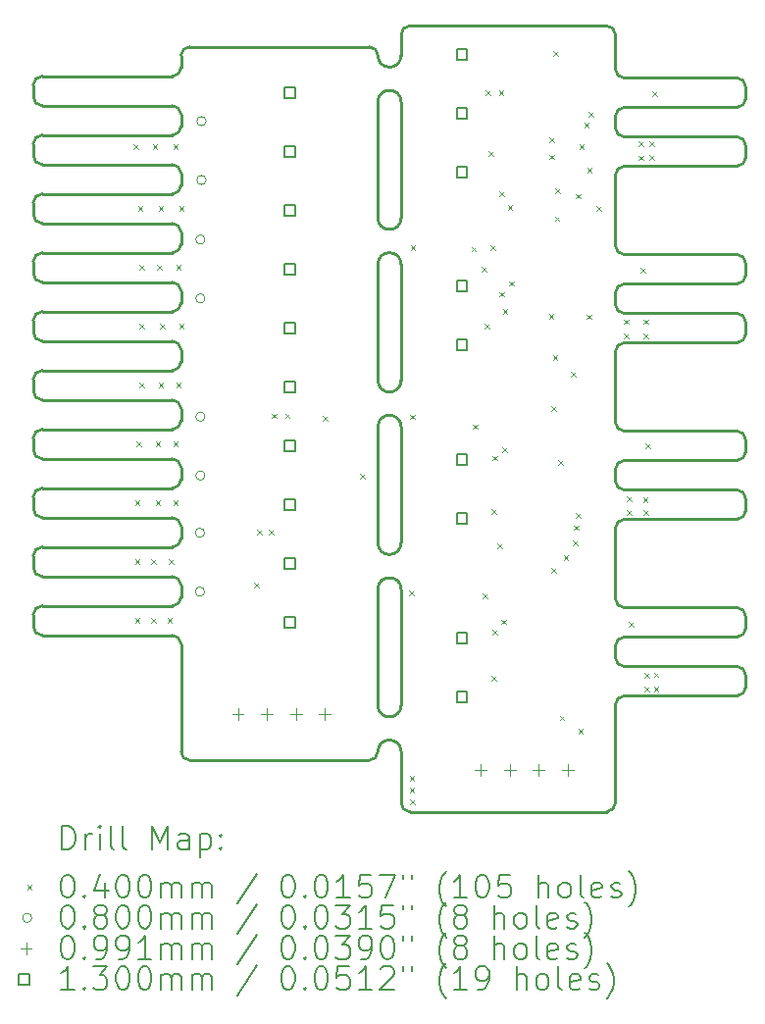
<source format=gbr>
%TF.GenerationSoftware,KiCad,Pcbnew,7.0.11*%
%TF.CreationDate,2024-11-05T15:47:59-05:00*%
%TF.ProjectId,14.X.4 - PMOS - PLC Connector Combined,31342e58-2e34-4202-9d20-504d4f53202d,rev?*%
%TF.SameCoordinates,Original*%
%TF.FileFunction,Drillmap*%
%TF.FilePolarity,Positive*%
%FSLAX45Y45*%
G04 Gerber Fmt 4.5, Leading zero omitted, Abs format (unit mm)*
G04 Created by KiCad (PCBNEW 7.0.11) date 2024-11-05 15:47:59*
%MOMM*%
%LPD*%
G01*
G04 APERTURE LIST*
%ADD10C,0.250000*%
%ADD11C,0.200000*%
%ADD12C,0.100000*%
%ADD13C,0.130000*%
G04 APERTURE END LIST*
D10*
X7124000Y-7599000D02*
X8249000Y-7599000D01*
X10024000Y-11518750D02*
X10024000Y-12520750D01*
X13198999Y-9212051D02*
G75*
G03*
X13124000Y-9137051I-74999J1D01*
G01*
X7049000Y-7778000D02*
X7049000Y-7674000D01*
X8249000Y-11917000D02*
X7124000Y-11917000D01*
X7124000Y-8615000D02*
X8249000Y-8615000D01*
X10224000Y-12520750D02*
X10224000Y-11518750D01*
X7049000Y-11334000D02*
X7049000Y-11230000D01*
X13124000Y-10915051D02*
X12149000Y-10915051D01*
X10024000Y-7312000D02*
X10024000Y-8314000D01*
X7049000Y-11334000D02*
G75*
G03*
X7124000Y-11409000I75000J0D01*
G01*
X13198999Y-12260051D02*
G75*
G03*
X13124000Y-12185051I-74999J1D01*
G01*
X7049000Y-8794000D02*
G75*
G03*
X7124000Y-8869000I75000J0D01*
G01*
X12073999Y-7030051D02*
G75*
G03*
X12149000Y-7105051I75001J1D01*
G01*
X8249000Y-7091000D02*
G75*
G03*
X8324000Y-7016000I0J75000D01*
G01*
X8249000Y-9377000D02*
X7124000Y-9377000D01*
X12074000Y-12006051D02*
X12074000Y-12110051D01*
X12074000Y-7942051D02*
X12074000Y-8554051D01*
X7049000Y-11842000D02*
G75*
G03*
X7124000Y-11917000I75000J0D01*
G01*
X13199000Y-12260051D02*
X13199000Y-12364051D01*
X7124000Y-8615000D02*
G75*
G03*
X7049000Y-8690000I0J-75000D01*
G01*
X7124000Y-11663000D02*
G75*
G03*
X7049000Y-11738000I0J-75000D01*
G01*
X10024000Y-6912000D02*
G75*
G03*
X10224000Y-6912000I100000J0D01*
G01*
X7049000Y-10826000D02*
G75*
G03*
X7124000Y-10901000I75000J0D01*
G01*
X8324000Y-8032000D02*
X8324000Y-7928000D01*
X12073999Y-7538051D02*
G75*
G03*
X12149000Y-7613051I75001J1D01*
G01*
X12073999Y-10586051D02*
G75*
G03*
X12149000Y-10661051I75001J1D01*
G01*
X12149000Y-7867050D02*
G75*
G03*
X12074000Y-7942051I0J-75000D01*
G01*
X8249000Y-10393000D02*
X7124000Y-10393000D01*
X12149000Y-11931050D02*
G75*
G03*
X12074000Y-12006051I0J-75000D01*
G01*
X12149000Y-8629051D02*
X13124000Y-8629051D01*
X13124000Y-7359051D02*
X12149000Y-7359051D01*
X13124000Y-9391051D02*
X12149000Y-9391051D01*
X8249000Y-7599000D02*
G75*
G03*
X8324000Y-7524000I0J75000D01*
G01*
X10024000Y-6912000D02*
G75*
G03*
X9949000Y-6837000I-75000J0D01*
G01*
X8249000Y-7345000D02*
X7124000Y-7345000D01*
X13198999Y-10736051D02*
G75*
G03*
X13124000Y-10661051I-74999J1D01*
G01*
X13199000Y-9212051D02*
X13199000Y-9316051D01*
X10024000Y-8714000D02*
X10024000Y-9716000D01*
X7049000Y-9810000D02*
G75*
G03*
X7124000Y-9885000I75000J0D01*
G01*
X13124000Y-10407051D02*
X12149000Y-10407051D01*
X7049000Y-7778000D02*
G75*
G03*
X7124000Y-7853000I75000J0D01*
G01*
X7049000Y-8794000D02*
X7049000Y-8690000D01*
X8324000Y-11080000D02*
X8324000Y-10976000D01*
X13198999Y-11752051D02*
G75*
G03*
X13124000Y-11677051I-74999J1D01*
G01*
X13124000Y-8883051D02*
X12149000Y-8883051D01*
X7124000Y-11155000D02*
G75*
G03*
X7049000Y-11230000I0J-75000D01*
G01*
X13199000Y-8704051D02*
X13199000Y-8808051D01*
X8324000Y-11484000D02*
G75*
G03*
X8249000Y-11409000I-75000J0D01*
G01*
X10224000Y-10116750D02*
G75*
G03*
X10024000Y-10116750I-100000J0D01*
G01*
X8249000Y-9123000D02*
G75*
G03*
X8324000Y-9048000I0J75000D01*
G01*
X13124000Y-9391050D02*
G75*
G03*
X13199000Y-9316051I0J75000D01*
G01*
X7124000Y-11663000D02*
X8249000Y-11663000D01*
X8249000Y-7853000D02*
X7124000Y-7853000D01*
X8249000Y-10901000D02*
X7124000Y-10901000D01*
X7049000Y-10318000D02*
X7049000Y-10214000D01*
X8324000Y-8944000D02*
G75*
G03*
X8249000Y-8869000I-75000J0D01*
G01*
X12149000Y-9391050D02*
G75*
G03*
X12074000Y-9466051I0J-75000D01*
G01*
X8324000Y-12920750D02*
G75*
G03*
X8399000Y-12995750I75000J0D01*
G01*
X8324000Y-7016000D02*
X8324000Y-6912000D01*
X7049000Y-8286000D02*
G75*
G03*
X7124000Y-8361000I75000J0D01*
G01*
X10224000Y-12920750D02*
G75*
G03*
X10024000Y-12920750I-100000J0D01*
G01*
X10224000Y-11118750D02*
X10224000Y-10116750D01*
X7124000Y-10647000D02*
G75*
G03*
X7049000Y-10722000I0J-75000D01*
G01*
X8249000Y-10647000D02*
G75*
G03*
X8324000Y-10572000I0J75000D01*
G01*
X13198999Y-10228051D02*
G75*
G03*
X13124000Y-10153051I-74999J1D01*
G01*
X10224000Y-9716000D02*
X10224000Y-8714000D01*
X12149000Y-10915050D02*
G75*
G03*
X12074000Y-10990051I0J-75000D01*
G01*
X8249000Y-8361000D02*
X7124000Y-8361000D01*
X8324000Y-10468000D02*
G75*
G03*
X8249000Y-10393000I-75000J0D01*
G01*
X8249000Y-8615000D02*
G75*
G03*
X8324000Y-8540000I0J75000D01*
G01*
X12149000Y-11677051D02*
X13124000Y-11677051D01*
X9949000Y-12995750D02*
X8399000Y-12995750D01*
X12073999Y-6730051D02*
G75*
G03*
X11999000Y-6655051I-74999J1D01*
G01*
X12073999Y-11602051D02*
G75*
G03*
X12149000Y-11677051I75001J1D01*
G01*
X13124000Y-7867050D02*
G75*
G03*
X13199000Y-7792051I0J75000D01*
G01*
X7124000Y-10139000D02*
X8249000Y-10139000D01*
X10224000Y-7312000D02*
G75*
G03*
X10024000Y-7312000I-100000J0D01*
G01*
X10299000Y-6655050D02*
G75*
G03*
X10224000Y-6730051I0J-75000D01*
G01*
X12074000Y-6730051D02*
X12074000Y-7030051D01*
X12073999Y-10078051D02*
G75*
G03*
X12149000Y-10153051I75001J1D01*
G01*
X7049000Y-8286000D02*
X7049000Y-8182000D01*
X13124000Y-11931051D02*
X12149000Y-11931051D01*
X7049000Y-10318000D02*
G75*
G03*
X7124000Y-10393000I75000J0D01*
G01*
X13199000Y-7688051D02*
X13199000Y-7792051D01*
X8324000Y-10976000D02*
G75*
G03*
X8249000Y-10901000I-75000J0D01*
G01*
X12074000Y-10482051D02*
X12074000Y-10586051D01*
X7124000Y-7599000D02*
G75*
G03*
X7049000Y-7674000I0J-75000D01*
G01*
X8249000Y-8107000D02*
G75*
G03*
X8324000Y-8032000I0J75000D01*
G01*
X8324000Y-10064000D02*
X8324000Y-9960000D01*
X12149000Y-7359050D02*
G75*
G03*
X12074000Y-7434051I0J-75000D01*
G01*
X10024000Y-10116750D02*
X10024000Y-11118750D01*
X8324000Y-8436000D02*
G75*
G03*
X8249000Y-8361000I-75000J0D01*
G01*
X7124000Y-11155000D02*
X8249000Y-11155000D01*
X7049000Y-7270000D02*
X7049000Y-7166000D01*
X8324000Y-11992000D02*
G75*
G03*
X8249000Y-11917000I-75000J0D01*
G01*
X12149000Y-10407050D02*
G75*
G03*
X12074000Y-10482051I0J-75000D01*
G01*
X12074000Y-9466051D02*
X12074000Y-10078051D01*
X8324000Y-11588000D02*
X8324000Y-11484000D01*
X13124000Y-11931050D02*
G75*
G03*
X13199000Y-11856051I0J75000D01*
G01*
X10024000Y-11118750D02*
G75*
G03*
X10224000Y-11118750I100000J0D01*
G01*
X7124000Y-10139000D02*
G75*
G03*
X7049000Y-10214000I0J-75000D01*
G01*
X8399000Y-6837000D02*
G75*
G03*
X8324000Y-6912000I0J-75000D01*
G01*
X7049000Y-10826000D02*
X7049000Y-10722000D01*
X13198999Y-7180051D02*
G75*
G03*
X13124000Y-7105051I-74999J1D01*
G01*
X12073999Y-9062051D02*
G75*
G03*
X12149000Y-9137051I75001J1D01*
G01*
X7124000Y-7091000D02*
G75*
G03*
X7049000Y-7166000I0J-75000D01*
G01*
X8324000Y-8540000D02*
X8324000Y-8436000D01*
X12073999Y-8554051D02*
G75*
G03*
X12149000Y-8629051I75001J1D01*
G01*
X7124000Y-9123000D02*
G75*
G03*
X7049000Y-9198000I0J-75000D01*
G01*
X12149000Y-8883050D02*
G75*
G03*
X12074000Y-8958051I0J-75000D01*
G01*
X7124000Y-9631000D02*
G75*
G03*
X7049000Y-9706000I0J-75000D01*
G01*
X7049000Y-9810000D02*
X7049000Y-9706000D01*
X7049000Y-9302000D02*
X7049000Y-9198000D01*
X8324000Y-7420000D02*
G75*
G03*
X8249000Y-7345000I-75000J0D01*
G01*
X8249000Y-11409000D02*
X7124000Y-11409000D01*
X7049000Y-9302000D02*
G75*
G03*
X7124000Y-9377000I75000J0D01*
G01*
X13124000Y-12439050D02*
G75*
G03*
X13199000Y-12364051I0J75000D01*
G01*
X12149000Y-12185051D02*
X13124000Y-12185051D01*
X7049000Y-7270000D02*
G75*
G03*
X7124000Y-7345000I75000J0D01*
G01*
X8324000Y-10572000D02*
X8324000Y-10468000D01*
X10224000Y-6912000D02*
X10224000Y-6730051D01*
X12073999Y-12110051D02*
G75*
G03*
X12149000Y-12185051I75001J1D01*
G01*
X7124000Y-9631000D02*
X8249000Y-9631000D01*
X7124000Y-8107000D02*
G75*
G03*
X7049000Y-8182000I0J-75000D01*
G01*
X12074000Y-8958051D02*
X12074000Y-9062051D01*
X8324000Y-9960000D02*
G75*
G03*
X8249000Y-9885000I-75000J0D01*
G01*
X8249000Y-9885000D02*
X7124000Y-9885000D01*
X10024000Y-8314000D02*
G75*
G03*
X10224000Y-8314000I100000J0D01*
G01*
X11999000Y-13439051D02*
X10299000Y-13439051D01*
X8249000Y-11663000D02*
G75*
G03*
X8324000Y-11588000I0J75000D01*
G01*
X7124000Y-8107000D02*
X8249000Y-8107000D01*
X7124000Y-7091000D02*
X8249000Y-7091000D01*
X8324000Y-7524000D02*
X8324000Y-7420000D01*
X10224000Y-13364051D02*
X10224000Y-12920750D01*
X11999000Y-13439050D02*
G75*
G03*
X12074000Y-13364051I0J75000D01*
G01*
X13124000Y-10407050D02*
G75*
G03*
X13199000Y-10332051I0J75000D01*
G01*
X10224000Y-8714000D02*
G75*
G03*
X10024000Y-8714000I-100000J0D01*
G01*
X8324000Y-9452000D02*
G75*
G03*
X8249000Y-9377000I-75000J0D01*
G01*
X10224000Y-11518750D02*
G75*
G03*
X10024000Y-11518750I-100000J0D01*
G01*
X10024000Y-12520750D02*
G75*
G03*
X10224000Y-12520750I100000J0D01*
G01*
X12074000Y-10990051D02*
X12074000Y-11602051D01*
X9949000Y-12995750D02*
G75*
G03*
X10024000Y-12920750I0J75000D01*
G01*
X12074000Y-7434051D02*
X12074000Y-7538051D01*
X13199000Y-7180051D02*
X13199000Y-7284051D01*
X12149000Y-10153051D02*
X13124000Y-10153051D01*
X10224000Y-8314000D02*
X10224000Y-7312000D01*
X8324000Y-12920750D02*
X8324000Y-11992000D01*
X8249000Y-9631000D02*
G75*
G03*
X8324000Y-9556000I0J75000D01*
G01*
X7049000Y-11842000D02*
X7049000Y-11738000D01*
X8324000Y-9048000D02*
X8324000Y-8944000D01*
X13199000Y-10736051D02*
X13199000Y-10840051D01*
X10223999Y-13364051D02*
G75*
G03*
X10299000Y-13439051I75001J1D01*
G01*
X12149000Y-7613051D02*
X13124000Y-7613051D01*
X13124000Y-12439051D02*
X12149000Y-12439051D01*
X13198999Y-8704051D02*
G75*
G03*
X13124000Y-8629051I-74999J1D01*
G01*
X8249000Y-10139000D02*
G75*
G03*
X8324000Y-10064000I0J75000D01*
G01*
X8324000Y-7928000D02*
G75*
G03*
X8249000Y-7853000I-75000J0D01*
G01*
X8399000Y-6837000D02*
X9949000Y-6837000D01*
X13124000Y-8883050D02*
G75*
G03*
X13199000Y-8808051I0J75000D01*
G01*
X7124000Y-10647000D02*
X8249000Y-10647000D01*
X13199000Y-10228051D02*
X13199000Y-10332051D01*
X13124000Y-7359050D02*
G75*
G03*
X13199000Y-7284051I0J75000D01*
G01*
X13124000Y-10915050D02*
G75*
G03*
X13199000Y-10840051I0J75000D01*
G01*
X12149000Y-12439050D02*
G75*
G03*
X12074000Y-12514051I0J-75000D01*
G01*
X13198999Y-7688051D02*
G75*
G03*
X13124000Y-7613051I-74999J1D01*
G01*
X8324000Y-9556000D02*
X8324000Y-9452000D01*
X12149000Y-9137051D02*
X13124000Y-9137051D01*
X10299000Y-6655051D02*
X11999000Y-6655051D01*
X13124000Y-7867051D02*
X12149000Y-7867051D01*
X8249000Y-11155000D02*
G75*
G03*
X8324000Y-11080000I0J75000D01*
G01*
X13199000Y-11752051D02*
X13199000Y-11856051D01*
X12149000Y-10661051D02*
X13124000Y-10661051D01*
X7124000Y-9123000D02*
X8249000Y-9123000D01*
X8249000Y-8869000D02*
X7124000Y-8869000D01*
X10024000Y-9716000D02*
G75*
G03*
X10224000Y-9716000I100000J0D01*
G01*
X12149000Y-7105051D02*
X13124000Y-7105051D01*
X12074000Y-12514051D02*
X12074000Y-13364051D01*
D11*
D12*
X7914425Y-7678022D02*
X7954425Y-7718022D01*
X7954425Y-7678022D02*
X7914425Y-7718022D01*
X7927125Y-10751422D02*
X7967125Y-10791422D01*
X7967125Y-10751422D02*
X7927125Y-10791422D01*
X7927125Y-11259422D02*
X7967125Y-11299422D01*
X7967125Y-11259422D02*
X7927125Y-11299422D01*
X7927125Y-11767422D02*
X7967125Y-11807422D01*
X7967125Y-11767422D02*
X7927125Y-11807422D01*
X7939825Y-10243422D02*
X7979825Y-10283422D01*
X7979825Y-10243422D02*
X7939825Y-10283422D01*
X7952525Y-8211422D02*
X7992525Y-8251422D01*
X7992525Y-8211422D02*
X7952525Y-8251422D01*
X7965225Y-8719422D02*
X8005225Y-8759422D01*
X8005225Y-8719422D02*
X7965225Y-8759422D01*
X7965225Y-9227422D02*
X8005225Y-9267422D01*
X8005225Y-9227422D02*
X7965225Y-9267422D01*
X7965225Y-9735422D02*
X8005225Y-9775422D01*
X8005225Y-9735422D02*
X7965225Y-9775422D01*
X8066825Y-11259422D02*
X8106825Y-11299422D01*
X8106825Y-11259422D02*
X8066825Y-11299422D01*
X8066825Y-11767422D02*
X8106825Y-11807422D01*
X8106825Y-11767422D02*
X8066825Y-11807422D01*
X8079525Y-7678022D02*
X8119525Y-7718022D01*
X8119525Y-7678022D02*
X8079525Y-7718022D01*
X8104925Y-10243422D02*
X8144925Y-10283422D01*
X8144925Y-10243422D02*
X8104925Y-10283422D01*
X8104925Y-10751422D02*
X8144925Y-10791422D01*
X8144925Y-10751422D02*
X8104925Y-10791422D01*
X8117625Y-8719422D02*
X8157625Y-8759422D01*
X8157625Y-8719422D02*
X8117625Y-8759422D01*
X8130325Y-8211422D02*
X8170325Y-8251422D01*
X8170325Y-8211422D02*
X8130325Y-8251422D01*
X8130325Y-9735422D02*
X8170325Y-9775422D01*
X8170325Y-9735422D02*
X8130325Y-9775422D01*
X8143025Y-9227422D02*
X8183025Y-9267422D01*
X8183025Y-9227422D02*
X8143025Y-9267422D01*
X8206525Y-11767422D02*
X8246525Y-11807422D01*
X8246525Y-11767422D02*
X8206525Y-11807422D01*
X8219225Y-11259422D02*
X8259225Y-11299422D01*
X8259225Y-11259422D02*
X8219225Y-11299422D01*
X8257325Y-7678022D02*
X8297325Y-7718022D01*
X8297325Y-7678022D02*
X8257325Y-7718022D01*
X8257325Y-10243422D02*
X8297325Y-10283422D01*
X8297325Y-10243422D02*
X8257325Y-10283422D01*
X8257325Y-10751422D02*
X8297325Y-10791422D01*
X8297325Y-10751422D02*
X8257325Y-10791422D01*
X8282725Y-8719422D02*
X8322725Y-8759422D01*
X8322725Y-8719422D02*
X8282725Y-8759422D01*
X8282725Y-9735422D02*
X8322725Y-9775422D01*
X8322725Y-9735422D02*
X8282725Y-9775422D01*
X8308125Y-8211422D02*
X8348125Y-8251422D01*
X8348125Y-8211422D02*
X8308125Y-8251422D01*
X8308125Y-9227422D02*
X8348125Y-9267422D01*
X8348125Y-9227422D02*
X8308125Y-9267422D01*
X8955815Y-11462622D02*
X8995815Y-11502622D01*
X8995815Y-11462622D02*
X8955815Y-11502622D01*
X8981225Y-11005422D02*
X9021225Y-11045422D01*
X9021225Y-11005422D02*
X8981225Y-11045422D01*
X9082825Y-11005422D02*
X9122825Y-11045422D01*
X9122825Y-11005422D02*
X9082825Y-11045422D01*
X9108225Y-10002122D02*
X9148225Y-10042122D01*
X9148225Y-10002122D02*
X9108225Y-10042122D01*
X9222525Y-10002122D02*
X9262525Y-10042122D01*
X9262525Y-10002122D02*
X9222525Y-10042122D01*
X9547900Y-10024440D02*
X9587900Y-10064440D01*
X9587900Y-10024440D02*
X9547900Y-10064440D01*
X9870225Y-10524000D02*
X9910225Y-10564000D01*
X9910225Y-10524000D02*
X9870225Y-10564000D01*
X10293000Y-11529000D02*
X10333000Y-11569000D01*
X10333000Y-11529000D02*
X10293000Y-11569000D01*
X10298000Y-13128000D02*
X10338000Y-13168000D01*
X10338000Y-13128000D02*
X10298000Y-13168000D01*
X10298000Y-13230000D02*
X10338000Y-13270000D01*
X10338000Y-13230000D02*
X10298000Y-13270000D01*
X10299000Y-13334000D02*
X10339000Y-13374000D01*
X10339000Y-13334000D02*
X10299000Y-13374000D01*
X10300000Y-10012000D02*
X10340000Y-10052000D01*
X10340000Y-10012000D02*
X10300000Y-10052000D01*
X10307000Y-8552000D02*
X10347000Y-8592000D01*
X10347000Y-8552000D02*
X10307000Y-8592000D01*
X10830000Y-8564000D02*
X10870000Y-8604000D01*
X10870000Y-8564000D02*
X10830000Y-8604000D01*
X10841000Y-10095000D02*
X10881000Y-10135000D01*
X10881000Y-10095000D02*
X10841000Y-10135000D01*
X10919996Y-8738996D02*
X10959996Y-8778996D01*
X10959996Y-8738996D02*
X10919996Y-8778996D01*
X10929524Y-11554801D02*
X10969524Y-11594801D01*
X10969524Y-11554801D02*
X10929524Y-11594801D01*
X10948000Y-9230000D02*
X10988000Y-9270000D01*
X10988000Y-9230000D02*
X10948000Y-9270000D01*
X10955000Y-7215000D02*
X10995000Y-7255000D01*
X10995000Y-7215000D02*
X10955000Y-7255000D01*
X10982000Y-7740000D02*
X11022000Y-7780000D01*
X11022000Y-7740000D02*
X10982000Y-7780000D01*
X10997250Y-8548250D02*
X11037250Y-8588250D01*
X11037250Y-8548250D02*
X10997250Y-8588250D01*
X11003000Y-10827000D02*
X11043000Y-10867000D01*
X11043000Y-10827000D02*
X11003000Y-10867000D01*
X11007000Y-12265000D02*
X11047000Y-12305000D01*
X11047000Y-12265000D02*
X11007000Y-12305000D01*
X11013000Y-11871000D02*
X11053000Y-11911000D01*
X11053000Y-11871000D02*
X11013000Y-11911000D01*
X11014000Y-10366000D02*
X11054000Y-10406000D01*
X11054000Y-10366000D02*
X11014000Y-10406000D01*
X11056000Y-11127000D02*
X11096000Y-11167000D01*
X11096000Y-11127000D02*
X11056000Y-11167000D01*
X11069000Y-7215000D02*
X11109000Y-7255000D01*
X11109000Y-7215000D02*
X11069000Y-7255000D01*
X11073000Y-8086000D02*
X11113000Y-8126000D01*
X11113000Y-8086000D02*
X11073000Y-8126000D01*
X11074000Y-8953000D02*
X11114000Y-8993000D01*
X11114000Y-8953000D02*
X11074000Y-8993000D01*
X11091000Y-11781000D02*
X11131000Y-11821000D01*
X11131000Y-11781000D02*
X11091000Y-11821000D01*
X11095000Y-10294000D02*
X11135000Y-10334000D01*
X11135000Y-10294000D02*
X11095000Y-10334000D01*
X11101000Y-9100000D02*
X11141000Y-9140000D01*
X11141000Y-9100000D02*
X11101000Y-9140000D01*
X11144000Y-8205000D02*
X11184000Y-8245000D01*
X11184000Y-8205000D02*
X11144000Y-8245000D01*
X11155798Y-8858798D02*
X11195798Y-8898798D01*
X11195798Y-8858798D02*
X11155798Y-8898798D01*
X11500400Y-9141750D02*
X11540400Y-9181750D01*
X11540400Y-9141750D02*
X11500400Y-9181750D01*
X11506000Y-7768000D02*
X11546000Y-7808000D01*
X11546000Y-7768000D02*
X11506000Y-7808000D01*
X11507000Y-7618000D02*
X11547000Y-7658000D01*
X11547000Y-7618000D02*
X11507000Y-7658000D01*
X11520000Y-9937000D02*
X11560000Y-9977000D01*
X11560000Y-9937000D02*
X11520000Y-9977000D01*
X11524000Y-11338000D02*
X11564000Y-11378000D01*
X11564000Y-11338000D02*
X11524000Y-11378000D01*
X11534000Y-9496000D02*
X11574000Y-9536000D01*
X11574000Y-9496000D02*
X11534000Y-9536000D01*
X11535000Y-6874000D02*
X11575000Y-6914000D01*
X11575000Y-6874000D02*
X11535000Y-6914000D01*
X11550000Y-8300000D02*
X11590000Y-8340000D01*
X11590000Y-8300000D02*
X11550000Y-8340000D01*
X11555000Y-8061000D02*
X11595000Y-8101000D01*
X11595000Y-8061000D02*
X11555000Y-8101000D01*
X11580000Y-10404000D02*
X11620000Y-10444000D01*
X11620000Y-10404000D02*
X11580000Y-10444000D01*
X11593000Y-12611000D02*
X11633000Y-12651000D01*
X11633000Y-12611000D02*
X11593000Y-12651000D01*
X11628000Y-11227000D02*
X11668000Y-11267000D01*
X11668000Y-11227000D02*
X11628000Y-11267000D01*
X11688000Y-9641000D02*
X11728000Y-9681000D01*
X11728000Y-9641000D02*
X11688000Y-9681000D01*
X11710000Y-11097000D02*
X11750000Y-11137000D01*
X11750000Y-11097000D02*
X11710000Y-11137000D01*
X11713000Y-10967000D02*
X11753000Y-11007000D01*
X11753000Y-10967000D02*
X11713000Y-11007000D01*
X11732000Y-8106000D02*
X11772000Y-8146000D01*
X11772000Y-8106000D02*
X11732000Y-8146000D01*
X11733887Y-10861113D02*
X11773887Y-10901113D01*
X11773887Y-10861113D02*
X11733887Y-10901113D01*
X11753515Y-12725666D02*
X11793515Y-12765666D01*
X11793515Y-12725666D02*
X11753515Y-12765666D01*
X11763400Y-7679913D02*
X11803400Y-7719913D01*
X11803400Y-7679913D02*
X11763400Y-7719913D01*
X11805541Y-7490182D02*
X11845541Y-7530182D01*
X11845541Y-7490182D02*
X11805541Y-7530182D01*
X11824000Y-9148000D02*
X11864000Y-9188000D01*
X11864000Y-9148000D02*
X11824000Y-9188000D01*
X11828983Y-7879545D02*
X11868983Y-7919545D01*
X11868983Y-7879545D02*
X11828983Y-7919545D01*
X11842605Y-7397304D02*
X11882605Y-7437304D01*
X11882605Y-7397304D02*
X11842605Y-7437304D01*
X11909000Y-8213000D02*
X11949000Y-8253000D01*
X11949000Y-8213000D02*
X11909000Y-8253000D01*
X12148000Y-9190000D02*
X12188000Y-9230000D01*
X12188000Y-9190000D02*
X12148000Y-9230000D01*
X12148000Y-9315000D02*
X12188000Y-9355000D01*
X12188000Y-9315000D02*
X12148000Y-9355000D01*
X12173000Y-10838000D02*
X12213000Y-10878000D01*
X12213000Y-10838000D02*
X12173000Y-10878000D01*
X12175000Y-10719000D02*
X12215000Y-10759000D01*
X12215000Y-10719000D02*
X12175000Y-10759000D01*
X12188000Y-11801000D02*
X12228000Y-11841000D01*
X12228000Y-11801000D02*
X12188000Y-11841000D01*
X12273000Y-7650000D02*
X12313000Y-7690000D01*
X12313000Y-7650000D02*
X12273000Y-7690000D01*
X12276000Y-7776000D02*
X12316000Y-7816000D01*
X12316000Y-7776000D02*
X12276000Y-7816000D01*
X12292000Y-8744000D02*
X12332000Y-8784000D01*
X12332000Y-8744000D02*
X12292000Y-8784000D01*
X12313000Y-10729000D02*
X12353000Y-10769000D01*
X12353000Y-10729000D02*
X12313000Y-10769000D01*
X12315000Y-9190000D02*
X12355000Y-9230000D01*
X12355000Y-9190000D02*
X12315000Y-9230000D01*
X12315000Y-9311000D02*
X12355000Y-9351000D01*
X12355000Y-9311000D02*
X12315000Y-9351000D01*
X12315000Y-10835000D02*
X12355000Y-10875000D01*
X12355000Y-10835000D02*
X12315000Y-10875000D01*
X12326000Y-12362000D02*
X12366000Y-12402000D01*
X12366000Y-12362000D02*
X12326000Y-12402000D01*
X12327000Y-12241000D02*
X12367000Y-12281000D01*
X12367000Y-12241000D02*
X12327000Y-12281000D01*
X12336000Y-10261000D02*
X12376000Y-10301000D01*
X12376000Y-10261000D02*
X12336000Y-10301000D01*
X12365000Y-7769000D02*
X12405000Y-7809000D01*
X12405000Y-7769000D02*
X12365000Y-7809000D01*
X12368000Y-7650000D02*
X12408000Y-7690000D01*
X12408000Y-7650000D02*
X12368000Y-7690000D01*
X12393000Y-7219000D02*
X12433000Y-7259000D01*
X12433000Y-7219000D02*
X12393000Y-7259000D01*
X12405000Y-12360000D02*
X12445000Y-12400000D01*
X12445000Y-12360000D02*
X12405000Y-12400000D01*
X12406000Y-12237000D02*
X12446000Y-12277000D01*
X12446000Y-12237000D02*
X12406000Y-12277000D01*
X8527825Y-11031222D02*
G75*
G03*
X8447825Y-11031222I-40000J0D01*
G01*
X8447825Y-11031222D02*
G75*
G03*
X8527825Y-11031222I40000J0D01*
G01*
X8527825Y-11539222D02*
G75*
G03*
X8447825Y-11539222I-40000J0D01*
G01*
X8447825Y-11539222D02*
G75*
G03*
X8527825Y-11539222I40000J0D01*
G01*
X8531825Y-8500222D02*
G75*
G03*
X8451825Y-8500222I-40000J0D01*
G01*
X8451825Y-8500222D02*
G75*
G03*
X8531825Y-8500222I40000J0D01*
G01*
X8531825Y-9008222D02*
G75*
G03*
X8451825Y-9008222I-40000J0D01*
G01*
X8451825Y-9008222D02*
G75*
G03*
X8531825Y-9008222I40000J0D01*
G01*
X8531825Y-10029722D02*
G75*
G03*
X8451825Y-10029722I-40000J0D01*
G01*
X8451825Y-10029722D02*
G75*
G03*
X8531825Y-10029722I40000J0D01*
G01*
X8531825Y-10537722D02*
G75*
G03*
X8451825Y-10537722I-40000J0D01*
G01*
X8451825Y-10537722D02*
G75*
G03*
X8531825Y-10537722I40000J0D01*
G01*
X8540825Y-7478222D02*
G75*
G03*
X8460825Y-7478222I-40000J0D01*
G01*
X8460825Y-7478222D02*
G75*
G03*
X8540825Y-7478222I40000J0D01*
G01*
X8540825Y-7986222D02*
G75*
G03*
X8460825Y-7986222I-40000J0D01*
G01*
X8460825Y-7986222D02*
G75*
G03*
X8540825Y-7986222I40000J0D01*
G01*
X8816000Y-12547470D02*
X8816000Y-12646530D01*
X8766470Y-12597000D02*
X8865530Y-12597000D01*
X9066000Y-12547470D02*
X9066000Y-12646530D01*
X9016470Y-12597000D02*
X9115530Y-12597000D01*
X9316000Y-12547470D02*
X9316000Y-12646530D01*
X9266470Y-12597000D02*
X9365530Y-12597000D01*
X9566000Y-12547470D02*
X9566000Y-12646530D01*
X9516470Y-12597000D02*
X9615530Y-12597000D01*
X10912000Y-13026470D02*
X10912000Y-13125530D01*
X10862470Y-13076000D02*
X10961530Y-13076000D01*
X11162000Y-13026470D02*
X11162000Y-13125530D01*
X11112470Y-13076000D02*
X11211530Y-13076000D01*
X11412000Y-13026470D02*
X11412000Y-13125530D01*
X11362470Y-13076000D02*
X11461530Y-13076000D01*
X11662000Y-13026470D02*
X11662000Y-13125530D01*
X11612470Y-13076000D02*
X11711530Y-13076000D01*
D13*
X9309962Y-7279962D02*
X9309962Y-7188038D01*
X9218038Y-7188038D01*
X9218038Y-7279962D01*
X9309962Y-7279962D01*
X9309962Y-7787962D02*
X9309962Y-7696038D01*
X9218038Y-7696038D01*
X9218038Y-7787962D01*
X9309962Y-7787962D01*
X9309962Y-8295962D02*
X9309962Y-8204038D01*
X9218038Y-8204038D01*
X9218038Y-8295962D01*
X9309962Y-8295962D01*
X9309962Y-8803962D02*
X9309962Y-8712038D01*
X9218038Y-8712038D01*
X9218038Y-8803962D01*
X9309962Y-8803962D01*
X9309962Y-9311962D02*
X9309962Y-9220038D01*
X9218038Y-9220038D01*
X9218038Y-9311962D01*
X9309962Y-9311962D01*
X9309962Y-9819962D02*
X9309962Y-9728038D01*
X9218038Y-9728038D01*
X9218038Y-9819962D01*
X9309962Y-9819962D01*
X9309962Y-10327962D02*
X9309962Y-10236038D01*
X9218038Y-10236038D01*
X9218038Y-10327962D01*
X9309962Y-10327962D01*
X9309962Y-10835962D02*
X9309962Y-10744038D01*
X9218038Y-10744038D01*
X9218038Y-10835962D01*
X9309962Y-10835962D01*
X9309962Y-11343962D02*
X9309962Y-11252038D01*
X9218038Y-11252038D01*
X9218038Y-11343962D01*
X9309962Y-11343962D01*
X9309962Y-11851962D02*
X9309962Y-11760038D01*
X9218038Y-11760038D01*
X9218038Y-11851962D01*
X9309962Y-11851962D01*
X10795962Y-6945962D02*
X10795962Y-6854038D01*
X10704038Y-6854038D01*
X10704038Y-6945962D01*
X10795962Y-6945962D01*
X10795962Y-7453962D02*
X10795962Y-7362038D01*
X10704038Y-7362038D01*
X10704038Y-7453962D01*
X10795962Y-7453962D01*
X10795962Y-7961962D02*
X10795962Y-7870038D01*
X10704038Y-7870038D01*
X10704038Y-7961962D01*
X10795962Y-7961962D01*
X10795962Y-8945962D02*
X10795962Y-8854038D01*
X10704038Y-8854038D01*
X10704038Y-8945962D01*
X10795962Y-8945962D01*
X10795962Y-9453962D02*
X10795962Y-9362038D01*
X10704038Y-9362038D01*
X10704038Y-9453962D01*
X10795962Y-9453962D01*
X10795962Y-10445962D02*
X10795962Y-10354038D01*
X10704038Y-10354038D01*
X10704038Y-10445962D01*
X10795962Y-10445962D01*
X10795962Y-10953962D02*
X10795962Y-10862038D01*
X10704038Y-10862038D01*
X10704038Y-10953962D01*
X10795962Y-10953962D01*
X10795962Y-11985962D02*
X10795962Y-11894038D01*
X10704038Y-11894038D01*
X10704038Y-11985962D01*
X10795962Y-11985962D01*
X10795962Y-12493962D02*
X10795962Y-12402038D01*
X10704038Y-12402038D01*
X10704038Y-12493962D01*
X10795962Y-12493962D01*
D11*
X7297277Y-13763035D02*
X7297277Y-13563035D01*
X7297277Y-13563035D02*
X7344896Y-13563035D01*
X7344896Y-13563035D02*
X7373467Y-13572559D01*
X7373467Y-13572559D02*
X7392515Y-13591606D01*
X7392515Y-13591606D02*
X7402039Y-13610654D01*
X7402039Y-13610654D02*
X7411562Y-13648749D01*
X7411562Y-13648749D02*
X7411562Y-13677320D01*
X7411562Y-13677320D02*
X7402039Y-13715416D01*
X7402039Y-13715416D02*
X7392515Y-13734463D01*
X7392515Y-13734463D02*
X7373467Y-13753511D01*
X7373467Y-13753511D02*
X7344896Y-13763035D01*
X7344896Y-13763035D02*
X7297277Y-13763035D01*
X7497277Y-13763035D02*
X7497277Y-13629701D01*
X7497277Y-13667797D02*
X7506801Y-13648749D01*
X7506801Y-13648749D02*
X7516324Y-13639225D01*
X7516324Y-13639225D02*
X7535372Y-13629701D01*
X7535372Y-13629701D02*
X7554420Y-13629701D01*
X7621086Y-13763035D02*
X7621086Y-13629701D01*
X7621086Y-13563035D02*
X7611562Y-13572559D01*
X7611562Y-13572559D02*
X7621086Y-13582082D01*
X7621086Y-13582082D02*
X7630610Y-13572559D01*
X7630610Y-13572559D02*
X7621086Y-13563035D01*
X7621086Y-13563035D02*
X7621086Y-13582082D01*
X7744896Y-13763035D02*
X7725848Y-13753511D01*
X7725848Y-13753511D02*
X7716324Y-13734463D01*
X7716324Y-13734463D02*
X7716324Y-13563035D01*
X7849658Y-13763035D02*
X7830610Y-13753511D01*
X7830610Y-13753511D02*
X7821086Y-13734463D01*
X7821086Y-13734463D02*
X7821086Y-13563035D01*
X8078229Y-13763035D02*
X8078229Y-13563035D01*
X8078229Y-13563035D02*
X8144896Y-13705892D01*
X8144896Y-13705892D02*
X8211562Y-13563035D01*
X8211562Y-13563035D02*
X8211562Y-13763035D01*
X8392515Y-13763035D02*
X8392515Y-13658273D01*
X8392515Y-13658273D02*
X8382991Y-13639225D01*
X8382991Y-13639225D02*
X8363943Y-13629701D01*
X8363943Y-13629701D02*
X8325848Y-13629701D01*
X8325848Y-13629701D02*
X8306801Y-13639225D01*
X8392515Y-13753511D02*
X8373467Y-13763035D01*
X8373467Y-13763035D02*
X8325848Y-13763035D01*
X8325848Y-13763035D02*
X8306801Y-13753511D01*
X8306801Y-13753511D02*
X8297277Y-13734463D01*
X8297277Y-13734463D02*
X8297277Y-13715416D01*
X8297277Y-13715416D02*
X8306801Y-13696368D01*
X8306801Y-13696368D02*
X8325848Y-13686844D01*
X8325848Y-13686844D02*
X8373467Y-13686844D01*
X8373467Y-13686844D02*
X8392515Y-13677320D01*
X8487753Y-13629701D02*
X8487753Y-13829701D01*
X8487753Y-13639225D02*
X8506801Y-13629701D01*
X8506801Y-13629701D02*
X8544896Y-13629701D01*
X8544896Y-13629701D02*
X8563944Y-13639225D01*
X8563944Y-13639225D02*
X8573467Y-13648749D01*
X8573467Y-13648749D02*
X8582991Y-13667797D01*
X8582991Y-13667797D02*
X8582991Y-13724939D01*
X8582991Y-13724939D02*
X8573467Y-13743987D01*
X8573467Y-13743987D02*
X8563944Y-13753511D01*
X8563944Y-13753511D02*
X8544896Y-13763035D01*
X8544896Y-13763035D02*
X8506801Y-13763035D01*
X8506801Y-13763035D02*
X8487753Y-13753511D01*
X8668705Y-13743987D02*
X8678229Y-13753511D01*
X8678229Y-13753511D02*
X8668705Y-13763035D01*
X8668705Y-13763035D02*
X8659182Y-13753511D01*
X8659182Y-13753511D02*
X8668705Y-13743987D01*
X8668705Y-13743987D02*
X8668705Y-13763035D01*
X8668705Y-13639225D02*
X8678229Y-13648749D01*
X8678229Y-13648749D02*
X8668705Y-13658273D01*
X8668705Y-13658273D02*
X8659182Y-13648749D01*
X8659182Y-13648749D02*
X8668705Y-13639225D01*
X8668705Y-13639225D02*
X8668705Y-13658273D01*
D12*
X6996500Y-14071551D02*
X7036500Y-14111551D01*
X7036500Y-14071551D02*
X6996500Y-14111551D01*
D11*
X7335372Y-13983035D02*
X7354420Y-13983035D01*
X7354420Y-13983035D02*
X7373467Y-13992559D01*
X7373467Y-13992559D02*
X7382991Y-14002082D01*
X7382991Y-14002082D02*
X7392515Y-14021130D01*
X7392515Y-14021130D02*
X7402039Y-14059225D01*
X7402039Y-14059225D02*
X7402039Y-14106844D01*
X7402039Y-14106844D02*
X7392515Y-14144939D01*
X7392515Y-14144939D02*
X7382991Y-14163987D01*
X7382991Y-14163987D02*
X7373467Y-14173511D01*
X7373467Y-14173511D02*
X7354420Y-14183035D01*
X7354420Y-14183035D02*
X7335372Y-14183035D01*
X7335372Y-14183035D02*
X7316324Y-14173511D01*
X7316324Y-14173511D02*
X7306801Y-14163987D01*
X7306801Y-14163987D02*
X7297277Y-14144939D01*
X7297277Y-14144939D02*
X7287753Y-14106844D01*
X7287753Y-14106844D02*
X7287753Y-14059225D01*
X7287753Y-14059225D02*
X7297277Y-14021130D01*
X7297277Y-14021130D02*
X7306801Y-14002082D01*
X7306801Y-14002082D02*
X7316324Y-13992559D01*
X7316324Y-13992559D02*
X7335372Y-13983035D01*
X7487753Y-14163987D02*
X7497277Y-14173511D01*
X7497277Y-14173511D02*
X7487753Y-14183035D01*
X7487753Y-14183035D02*
X7478229Y-14173511D01*
X7478229Y-14173511D02*
X7487753Y-14163987D01*
X7487753Y-14163987D02*
X7487753Y-14183035D01*
X7668705Y-14049701D02*
X7668705Y-14183035D01*
X7621086Y-13973511D02*
X7573467Y-14116368D01*
X7573467Y-14116368D02*
X7697277Y-14116368D01*
X7811562Y-13983035D02*
X7830610Y-13983035D01*
X7830610Y-13983035D02*
X7849658Y-13992559D01*
X7849658Y-13992559D02*
X7859182Y-14002082D01*
X7859182Y-14002082D02*
X7868705Y-14021130D01*
X7868705Y-14021130D02*
X7878229Y-14059225D01*
X7878229Y-14059225D02*
X7878229Y-14106844D01*
X7878229Y-14106844D02*
X7868705Y-14144939D01*
X7868705Y-14144939D02*
X7859182Y-14163987D01*
X7859182Y-14163987D02*
X7849658Y-14173511D01*
X7849658Y-14173511D02*
X7830610Y-14183035D01*
X7830610Y-14183035D02*
X7811562Y-14183035D01*
X7811562Y-14183035D02*
X7792515Y-14173511D01*
X7792515Y-14173511D02*
X7782991Y-14163987D01*
X7782991Y-14163987D02*
X7773467Y-14144939D01*
X7773467Y-14144939D02*
X7763943Y-14106844D01*
X7763943Y-14106844D02*
X7763943Y-14059225D01*
X7763943Y-14059225D02*
X7773467Y-14021130D01*
X7773467Y-14021130D02*
X7782991Y-14002082D01*
X7782991Y-14002082D02*
X7792515Y-13992559D01*
X7792515Y-13992559D02*
X7811562Y-13983035D01*
X8002039Y-13983035D02*
X8021086Y-13983035D01*
X8021086Y-13983035D02*
X8040134Y-13992559D01*
X8040134Y-13992559D02*
X8049658Y-14002082D01*
X8049658Y-14002082D02*
X8059182Y-14021130D01*
X8059182Y-14021130D02*
X8068705Y-14059225D01*
X8068705Y-14059225D02*
X8068705Y-14106844D01*
X8068705Y-14106844D02*
X8059182Y-14144939D01*
X8059182Y-14144939D02*
X8049658Y-14163987D01*
X8049658Y-14163987D02*
X8040134Y-14173511D01*
X8040134Y-14173511D02*
X8021086Y-14183035D01*
X8021086Y-14183035D02*
X8002039Y-14183035D01*
X8002039Y-14183035D02*
X7982991Y-14173511D01*
X7982991Y-14173511D02*
X7973467Y-14163987D01*
X7973467Y-14163987D02*
X7963943Y-14144939D01*
X7963943Y-14144939D02*
X7954420Y-14106844D01*
X7954420Y-14106844D02*
X7954420Y-14059225D01*
X7954420Y-14059225D02*
X7963943Y-14021130D01*
X7963943Y-14021130D02*
X7973467Y-14002082D01*
X7973467Y-14002082D02*
X7982991Y-13992559D01*
X7982991Y-13992559D02*
X8002039Y-13983035D01*
X8154420Y-14183035D02*
X8154420Y-14049701D01*
X8154420Y-14068749D02*
X8163943Y-14059225D01*
X8163943Y-14059225D02*
X8182991Y-14049701D01*
X8182991Y-14049701D02*
X8211563Y-14049701D01*
X8211563Y-14049701D02*
X8230610Y-14059225D01*
X8230610Y-14059225D02*
X8240134Y-14078273D01*
X8240134Y-14078273D02*
X8240134Y-14183035D01*
X8240134Y-14078273D02*
X8249658Y-14059225D01*
X8249658Y-14059225D02*
X8268705Y-14049701D01*
X8268705Y-14049701D02*
X8297277Y-14049701D01*
X8297277Y-14049701D02*
X8316324Y-14059225D01*
X8316324Y-14059225D02*
X8325848Y-14078273D01*
X8325848Y-14078273D02*
X8325848Y-14183035D01*
X8421086Y-14183035D02*
X8421086Y-14049701D01*
X8421086Y-14068749D02*
X8430610Y-14059225D01*
X8430610Y-14059225D02*
X8449658Y-14049701D01*
X8449658Y-14049701D02*
X8478229Y-14049701D01*
X8478229Y-14049701D02*
X8497277Y-14059225D01*
X8497277Y-14059225D02*
X8506801Y-14078273D01*
X8506801Y-14078273D02*
X8506801Y-14183035D01*
X8506801Y-14078273D02*
X8516325Y-14059225D01*
X8516325Y-14059225D02*
X8535372Y-14049701D01*
X8535372Y-14049701D02*
X8563944Y-14049701D01*
X8563944Y-14049701D02*
X8582991Y-14059225D01*
X8582991Y-14059225D02*
X8592515Y-14078273D01*
X8592515Y-14078273D02*
X8592515Y-14183035D01*
X8982991Y-13973511D02*
X8811563Y-14230654D01*
X9240134Y-13983035D02*
X9259182Y-13983035D01*
X9259182Y-13983035D02*
X9278229Y-13992559D01*
X9278229Y-13992559D02*
X9287753Y-14002082D01*
X9287753Y-14002082D02*
X9297277Y-14021130D01*
X9297277Y-14021130D02*
X9306801Y-14059225D01*
X9306801Y-14059225D02*
X9306801Y-14106844D01*
X9306801Y-14106844D02*
X9297277Y-14144939D01*
X9297277Y-14144939D02*
X9287753Y-14163987D01*
X9287753Y-14163987D02*
X9278229Y-14173511D01*
X9278229Y-14173511D02*
X9259182Y-14183035D01*
X9259182Y-14183035D02*
X9240134Y-14183035D01*
X9240134Y-14183035D02*
X9221087Y-14173511D01*
X9221087Y-14173511D02*
X9211563Y-14163987D01*
X9211563Y-14163987D02*
X9202039Y-14144939D01*
X9202039Y-14144939D02*
X9192515Y-14106844D01*
X9192515Y-14106844D02*
X9192515Y-14059225D01*
X9192515Y-14059225D02*
X9202039Y-14021130D01*
X9202039Y-14021130D02*
X9211563Y-14002082D01*
X9211563Y-14002082D02*
X9221087Y-13992559D01*
X9221087Y-13992559D02*
X9240134Y-13983035D01*
X9392515Y-14163987D02*
X9402039Y-14173511D01*
X9402039Y-14173511D02*
X9392515Y-14183035D01*
X9392515Y-14183035D02*
X9382991Y-14173511D01*
X9382991Y-14173511D02*
X9392515Y-14163987D01*
X9392515Y-14163987D02*
X9392515Y-14183035D01*
X9525848Y-13983035D02*
X9544896Y-13983035D01*
X9544896Y-13983035D02*
X9563944Y-13992559D01*
X9563944Y-13992559D02*
X9573468Y-14002082D01*
X9573468Y-14002082D02*
X9582991Y-14021130D01*
X9582991Y-14021130D02*
X9592515Y-14059225D01*
X9592515Y-14059225D02*
X9592515Y-14106844D01*
X9592515Y-14106844D02*
X9582991Y-14144939D01*
X9582991Y-14144939D02*
X9573468Y-14163987D01*
X9573468Y-14163987D02*
X9563944Y-14173511D01*
X9563944Y-14173511D02*
X9544896Y-14183035D01*
X9544896Y-14183035D02*
X9525848Y-14183035D01*
X9525848Y-14183035D02*
X9506801Y-14173511D01*
X9506801Y-14173511D02*
X9497277Y-14163987D01*
X9497277Y-14163987D02*
X9487753Y-14144939D01*
X9487753Y-14144939D02*
X9478229Y-14106844D01*
X9478229Y-14106844D02*
X9478229Y-14059225D01*
X9478229Y-14059225D02*
X9487753Y-14021130D01*
X9487753Y-14021130D02*
X9497277Y-14002082D01*
X9497277Y-14002082D02*
X9506801Y-13992559D01*
X9506801Y-13992559D02*
X9525848Y-13983035D01*
X9782991Y-14183035D02*
X9668706Y-14183035D01*
X9725848Y-14183035D02*
X9725848Y-13983035D01*
X9725848Y-13983035D02*
X9706801Y-14011606D01*
X9706801Y-14011606D02*
X9687753Y-14030654D01*
X9687753Y-14030654D02*
X9668706Y-14040178D01*
X9963944Y-13983035D02*
X9868706Y-13983035D01*
X9868706Y-13983035D02*
X9859182Y-14078273D01*
X9859182Y-14078273D02*
X9868706Y-14068749D01*
X9868706Y-14068749D02*
X9887753Y-14059225D01*
X9887753Y-14059225D02*
X9935372Y-14059225D01*
X9935372Y-14059225D02*
X9954420Y-14068749D01*
X9954420Y-14068749D02*
X9963944Y-14078273D01*
X9963944Y-14078273D02*
X9973468Y-14097320D01*
X9973468Y-14097320D02*
X9973468Y-14144939D01*
X9973468Y-14144939D02*
X9963944Y-14163987D01*
X9963944Y-14163987D02*
X9954420Y-14173511D01*
X9954420Y-14173511D02*
X9935372Y-14183035D01*
X9935372Y-14183035D02*
X9887753Y-14183035D01*
X9887753Y-14183035D02*
X9868706Y-14173511D01*
X9868706Y-14173511D02*
X9859182Y-14163987D01*
X10040134Y-13983035D02*
X10173468Y-13983035D01*
X10173468Y-13983035D02*
X10087753Y-14183035D01*
X10240134Y-13983035D02*
X10240134Y-14021130D01*
X10316325Y-13983035D02*
X10316325Y-14021130D01*
X10611563Y-14259225D02*
X10602039Y-14249701D01*
X10602039Y-14249701D02*
X10582991Y-14221130D01*
X10582991Y-14221130D02*
X10573468Y-14202082D01*
X10573468Y-14202082D02*
X10563944Y-14173511D01*
X10563944Y-14173511D02*
X10554420Y-14125892D01*
X10554420Y-14125892D02*
X10554420Y-14087797D01*
X10554420Y-14087797D02*
X10563944Y-14040178D01*
X10563944Y-14040178D02*
X10573468Y-14011606D01*
X10573468Y-14011606D02*
X10582991Y-13992559D01*
X10582991Y-13992559D02*
X10602039Y-13963987D01*
X10602039Y-13963987D02*
X10611563Y-13954463D01*
X10792515Y-14183035D02*
X10678230Y-14183035D01*
X10735372Y-14183035D02*
X10735372Y-13983035D01*
X10735372Y-13983035D02*
X10716325Y-14011606D01*
X10716325Y-14011606D02*
X10697277Y-14030654D01*
X10697277Y-14030654D02*
X10678230Y-14040178D01*
X10916325Y-13983035D02*
X10935372Y-13983035D01*
X10935372Y-13983035D02*
X10954420Y-13992559D01*
X10954420Y-13992559D02*
X10963944Y-14002082D01*
X10963944Y-14002082D02*
X10973468Y-14021130D01*
X10973468Y-14021130D02*
X10982991Y-14059225D01*
X10982991Y-14059225D02*
X10982991Y-14106844D01*
X10982991Y-14106844D02*
X10973468Y-14144939D01*
X10973468Y-14144939D02*
X10963944Y-14163987D01*
X10963944Y-14163987D02*
X10954420Y-14173511D01*
X10954420Y-14173511D02*
X10935372Y-14183035D01*
X10935372Y-14183035D02*
X10916325Y-14183035D01*
X10916325Y-14183035D02*
X10897277Y-14173511D01*
X10897277Y-14173511D02*
X10887753Y-14163987D01*
X10887753Y-14163987D02*
X10878230Y-14144939D01*
X10878230Y-14144939D02*
X10868706Y-14106844D01*
X10868706Y-14106844D02*
X10868706Y-14059225D01*
X10868706Y-14059225D02*
X10878230Y-14021130D01*
X10878230Y-14021130D02*
X10887753Y-14002082D01*
X10887753Y-14002082D02*
X10897277Y-13992559D01*
X10897277Y-13992559D02*
X10916325Y-13983035D01*
X11163944Y-13983035D02*
X11068706Y-13983035D01*
X11068706Y-13983035D02*
X11059182Y-14078273D01*
X11059182Y-14078273D02*
X11068706Y-14068749D01*
X11068706Y-14068749D02*
X11087753Y-14059225D01*
X11087753Y-14059225D02*
X11135372Y-14059225D01*
X11135372Y-14059225D02*
X11154420Y-14068749D01*
X11154420Y-14068749D02*
X11163944Y-14078273D01*
X11163944Y-14078273D02*
X11173468Y-14097320D01*
X11173468Y-14097320D02*
X11173468Y-14144939D01*
X11173468Y-14144939D02*
X11163944Y-14163987D01*
X11163944Y-14163987D02*
X11154420Y-14173511D01*
X11154420Y-14173511D02*
X11135372Y-14183035D01*
X11135372Y-14183035D02*
X11087753Y-14183035D01*
X11087753Y-14183035D02*
X11068706Y-14173511D01*
X11068706Y-14173511D02*
X11059182Y-14163987D01*
X11411563Y-14183035D02*
X11411563Y-13983035D01*
X11497277Y-14183035D02*
X11497277Y-14078273D01*
X11497277Y-14078273D02*
X11487753Y-14059225D01*
X11487753Y-14059225D02*
X11468706Y-14049701D01*
X11468706Y-14049701D02*
X11440134Y-14049701D01*
X11440134Y-14049701D02*
X11421087Y-14059225D01*
X11421087Y-14059225D02*
X11411563Y-14068749D01*
X11621087Y-14183035D02*
X11602039Y-14173511D01*
X11602039Y-14173511D02*
X11592515Y-14163987D01*
X11592515Y-14163987D02*
X11582991Y-14144939D01*
X11582991Y-14144939D02*
X11582991Y-14087797D01*
X11582991Y-14087797D02*
X11592515Y-14068749D01*
X11592515Y-14068749D02*
X11602039Y-14059225D01*
X11602039Y-14059225D02*
X11621087Y-14049701D01*
X11621087Y-14049701D02*
X11649658Y-14049701D01*
X11649658Y-14049701D02*
X11668706Y-14059225D01*
X11668706Y-14059225D02*
X11678230Y-14068749D01*
X11678230Y-14068749D02*
X11687753Y-14087797D01*
X11687753Y-14087797D02*
X11687753Y-14144939D01*
X11687753Y-14144939D02*
X11678230Y-14163987D01*
X11678230Y-14163987D02*
X11668706Y-14173511D01*
X11668706Y-14173511D02*
X11649658Y-14183035D01*
X11649658Y-14183035D02*
X11621087Y-14183035D01*
X11802039Y-14183035D02*
X11782991Y-14173511D01*
X11782991Y-14173511D02*
X11773468Y-14154463D01*
X11773468Y-14154463D02*
X11773468Y-13983035D01*
X11954420Y-14173511D02*
X11935372Y-14183035D01*
X11935372Y-14183035D02*
X11897277Y-14183035D01*
X11897277Y-14183035D02*
X11878230Y-14173511D01*
X11878230Y-14173511D02*
X11868706Y-14154463D01*
X11868706Y-14154463D02*
X11868706Y-14078273D01*
X11868706Y-14078273D02*
X11878230Y-14059225D01*
X11878230Y-14059225D02*
X11897277Y-14049701D01*
X11897277Y-14049701D02*
X11935372Y-14049701D01*
X11935372Y-14049701D02*
X11954420Y-14059225D01*
X11954420Y-14059225D02*
X11963944Y-14078273D01*
X11963944Y-14078273D02*
X11963944Y-14097320D01*
X11963944Y-14097320D02*
X11868706Y-14116368D01*
X12040134Y-14173511D02*
X12059182Y-14183035D01*
X12059182Y-14183035D02*
X12097277Y-14183035D01*
X12097277Y-14183035D02*
X12116325Y-14173511D01*
X12116325Y-14173511D02*
X12125849Y-14154463D01*
X12125849Y-14154463D02*
X12125849Y-14144939D01*
X12125849Y-14144939D02*
X12116325Y-14125892D01*
X12116325Y-14125892D02*
X12097277Y-14116368D01*
X12097277Y-14116368D02*
X12068706Y-14116368D01*
X12068706Y-14116368D02*
X12049658Y-14106844D01*
X12049658Y-14106844D02*
X12040134Y-14087797D01*
X12040134Y-14087797D02*
X12040134Y-14078273D01*
X12040134Y-14078273D02*
X12049658Y-14059225D01*
X12049658Y-14059225D02*
X12068706Y-14049701D01*
X12068706Y-14049701D02*
X12097277Y-14049701D01*
X12097277Y-14049701D02*
X12116325Y-14059225D01*
X12192515Y-14259225D02*
X12202039Y-14249701D01*
X12202039Y-14249701D02*
X12221087Y-14221130D01*
X12221087Y-14221130D02*
X12230611Y-14202082D01*
X12230611Y-14202082D02*
X12240134Y-14173511D01*
X12240134Y-14173511D02*
X12249658Y-14125892D01*
X12249658Y-14125892D02*
X12249658Y-14087797D01*
X12249658Y-14087797D02*
X12240134Y-14040178D01*
X12240134Y-14040178D02*
X12230611Y-14011606D01*
X12230611Y-14011606D02*
X12221087Y-13992559D01*
X12221087Y-13992559D02*
X12202039Y-13963987D01*
X12202039Y-13963987D02*
X12192515Y-13954463D01*
D12*
X7036500Y-14355551D02*
G75*
G03*
X6956500Y-14355551I-40000J0D01*
G01*
X6956500Y-14355551D02*
G75*
G03*
X7036500Y-14355551I40000J0D01*
G01*
D11*
X7335372Y-14247035D02*
X7354420Y-14247035D01*
X7354420Y-14247035D02*
X7373467Y-14256559D01*
X7373467Y-14256559D02*
X7382991Y-14266082D01*
X7382991Y-14266082D02*
X7392515Y-14285130D01*
X7392515Y-14285130D02*
X7402039Y-14323225D01*
X7402039Y-14323225D02*
X7402039Y-14370844D01*
X7402039Y-14370844D02*
X7392515Y-14408939D01*
X7392515Y-14408939D02*
X7382991Y-14427987D01*
X7382991Y-14427987D02*
X7373467Y-14437511D01*
X7373467Y-14437511D02*
X7354420Y-14447035D01*
X7354420Y-14447035D02*
X7335372Y-14447035D01*
X7335372Y-14447035D02*
X7316324Y-14437511D01*
X7316324Y-14437511D02*
X7306801Y-14427987D01*
X7306801Y-14427987D02*
X7297277Y-14408939D01*
X7297277Y-14408939D02*
X7287753Y-14370844D01*
X7287753Y-14370844D02*
X7287753Y-14323225D01*
X7287753Y-14323225D02*
X7297277Y-14285130D01*
X7297277Y-14285130D02*
X7306801Y-14266082D01*
X7306801Y-14266082D02*
X7316324Y-14256559D01*
X7316324Y-14256559D02*
X7335372Y-14247035D01*
X7487753Y-14427987D02*
X7497277Y-14437511D01*
X7497277Y-14437511D02*
X7487753Y-14447035D01*
X7487753Y-14447035D02*
X7478229Y-14437511D01*
X7478229Y-14437511D02*
X7487753Y-14427987D01*
X7487753Y-14427987D02*
X7487753Y-14447035D01*
X7611562Y-14332749D02*
X7592515Y-14323225D01*
X7592515Y-14323225D02*
X7582991Y-14313701D01*
X7582991Y-14313701D02*
X7573467Y-14294654D01*
X7573467Y-14294654D02*
X7573467Y-14285130D01*
X7573467Y-14285130D02*
X7582991Y-14266082D01*
X7582991Y-14266082D02*
X7592515Y-14256559D01*
X7592515Y-14256559D02*
X7611562Y-14247035D01*
X7611562Y-14247035D02*
X7649658Y-14247035D01*
X7649658Y-14247035D02*
X7668705Y-14256559D01*
X7668705Y-14256559D02*
X7678229Y-14266082D01*
X7678229Y-14266082D02*
X7687753Y-14285130D01*
X7687753Y-14285130D02*
X7687753Y-14294654D01*
X7687753Y-14294654D02*
X7678229Y-14313701D01*
X7678229Y-14313701D02*
X7668705Y-14323225D01*
X7668705Y-14323225D02*
X7649658Y-14332749D01*
X7649658Y-14332749D02*
X7611562Y-14332749D01*
X7611562Y-14332749D02*
X7592515Y-14342273D01*
X7592515Y-14342273D02*
X7582991Y-14351797D01*
X7582991Y-14351797D02*
X7573467Y-14370844D01*
X7573467Y-14370844D02*
X7573467Y-14408939D01*
X7573467Y-14408939D02*
X7582991Y-14427987D01*
X7582991Y-14427987D02*
X7592515Y-14437511D01*
X7592515Y-14437511D02*
X7611562Y-14447035D01*
X7611562Y-14447035D02*
X7649658Y-14447035D01*
X7649658Y-14447035D02*
X7668705Y-14437511D01*
X7668705Y-14437511D02*
X7678229Y-14427987D01*
X7678229Y-14427987D02*
X7687753Y-14408939D01*
X7687753Y-14408939D02*
X7687753Y-14370844D01*
X7687753Y-14370844D02*
X7678229Y-14351797D01*
X7678229Y-14351797D02*
X7668705Y-14342273D01*
X7668705Y-14342273D02*
X7649658Y-14332749D01*
X7811562Y-14247035D02*
X7830610Y-14247035D01*
X7830610Y-14247035D02*
X7849658Y-14256559D01*
X7849658Y-14256559D02*
X7859182Y-14266082D01*
X7859182Y-14266082D02*
X7868705Y-14285130D01*
X7868705Y-14285130D02*
X7878229Y-14323225D01*
X7878229Y-14323225D02*
X7878229Y-14370844D01*
X7878229Y-14370844D02*
X7868705Y-14408939D01*
X7868705Y-14408939D02*
X7859182Y-14427987D01*
X7859182Y-14427987D02*
X7849658Y-14437511D01*
X7849658Y-14437511D02*
X7830610Y-14447035D01*
X7830610Y-14447035D02*
X7811562Y-14447035D01*
X7811562Y-14447035D02*
X7792515Y-14437511D01*
X7792515Y-14437511D02*
X7782991Y-14427987D01*
X7782991Y-14427987D02*
X7773467Y-14408939D01*
X7773467Y-14408939D02*
X7763943Y-14370844D01*
X7763943Y-14370844D02*
X7763943Y-14323225D01*
X7763943Y-14323225D02*
X7773467Y-14285130D01*
X7773467Y-14285130D02*
X7782991Y-14266082D01*
X7782991Y-14266082D02*
X7792515Y-14256559D01*
X7792515Y-14256559D02*
X7811562Y-14247035D01*
X8002039Y-14247035D02*
X8021086Y-14247035D01*
X8021086Y-14247035D02*
X8040134Y-14256559D01*
X8040134Y-14256559D02*
X8049658Y-14266082D01*
X8049658Y-14266082D02*
X8059182Y-14285130D01*
X8059182Y-14285130D02*
X8068705Y-14323225D01*
X8068705Y-14323225D02*
X8068705Y-14370844D01*
X8068705Y-14370844D02*
X8059182Y-14408939D01*
X8059182Y-14408939D02*
X8049658Y-14427987D01*
X8049658Y-14427987D02*
X8040134Y-14437511D01*
X8040134Y-14437511D02*
X8021086Y-14447035D01*
X8021086Y-14447035D02*
X8002039Y-14447035D01*
X8002039Y-14447035D02*
X7982991Y-14437511D01*
X7982991Y-14437511D02*
X7973467Y-14427987D01*
X7973467Y-14427987D02*
X7963943Y-14408939D01*
X7963943Y-14408939D02*
X7954420Y-14370844D01*
X7954420Y-14370844D02*
X7954420Y-14323225D01*
X7954420Y-14323225D02*
X7963943Y-14285130D01*
X7963943Y-14285130D02*
X7973467Y-14266082D01*
X7973467Y-14266082D02*
X7982991Y-14256559D01*
X7982991Y-14256559D02*
X8002039Y-14247035D01*
X8154420Y-14447035D02*
X8154420Y-14313701D01*
X8154420Y-14332749D02*
X8163943Y-14323225D01*
X8163943Y-14323225D02*
X8182991Y-14313701D01*
X8182991Y-14313701D02*
X8211563Y-14313701D01*
X8211563Y-14313701D02*
X8230610Y-14323225D01*
X8230610Y-14323225D02*
X8240134Y-14342273D01*
X8240134Y-14342273D02*
X8240134Y-14447035D01*
X8240134Y-14342273D02*
X8249658Y-14323225D01*
X8249658Y-14323225D02*
X8268705Y-14313701D01*
X8268705Y-14313701D02*
X8297277Y-14313701D01*
X8297277Y-14313701D02*
X8316324Y-14323225D01*
X8316324Y-14323225D02*
X8325848Y-14342273D01*
X8325848Y-14342273D02*
X8325848Y-14447035D01*
X8421086Y-14447035D02*
X8421086Y-14313701D01*
X8421086Y-14332749D02*
X8430610Y-14323225D01*
X8430610Y-14323225D02*
X8449658Y-14313701D01*
X8449658Y-14313701D02*
X8478229Y-14313701D01*
X8478229Y-14313701D02*
X8497277Y-14323225D01*
X8497277Y-14323225D02*
X8506801Y-14342273D01*
X8506801Y-14342273D02*
X8506801Y-14447035D01*
X8506801Y-14342273D02*
X8516325Y-14323225D01*
X8516325Y-14323225D02*
X8535372Y-14313701D01*
X8535372Y-14313701D02*
X8563944Y-14313701D01*
X8563944Y-14313701D02*
X8582991Y-14323225D01*
X8582991Y-14323225D02*
X8592515Y-14342273D01*
X8592515Y-14342273D02*
X8592515Y-14447035D01*
X8982991Y-14237511D02*
X8811563Y-14494654D01*
X9240134Y-14247035D02*
X9259182Y-14247035D01*
X9259182Y-14247035D02*
X9278229Y-14256559D01*
X9278229Y-14256559D02*
X9287753Y-14266082D01*
X9287753Y-14266082D02*
X9297277Y-14285130D01*
X9297277Y-14285130D02*
X9306801Y-14323225D01*
X9306801Y-14323225D02*
X9306801Y-14370844D01*
X9306801Y-14370844D02*
X9297277Y-14408939D01*
X9297277Y-14408939D02*
X9287753Y-14427987D01*
X9287753Y-14427987D02*
X9278229Y-14437511D01*
X9278229Y-14437511D02*
X9259182Y-14447035D01*
X9259182Y-14447035D02*
X9240134Y-14447035D01*
X9240134Y-14447035D02*
X9221087Y-14437511D01*
X9221087Y-14437511D02*
X9211563Y-14427987D01*
X9211563Y-14427987D02*
X9202039Y-14408939D01*
X9202039Y-14408939D02*
X9192515Y-14370844D01*
X9192515Y-14370844D02*
X9192515Y-14323225D01*
X9192515Y-14323225D02*
X9202039Y-14285130D01*
X9202039Y-14285130D02*
X9211563Y-14266082D01*
X9211563Y-14266082D02*
X9221087Y-14256559D01*
X9221087Y-14256559D02*
X9240134Y-14247035D01*
X9392515Y-14427987D02*
X9402039Y-14437511D01*
X9402039Y-14437511D02*
X9392515Y-14447035D01*
X9392515Y-14447035D02*
X9382991Y-14437511D01*
X9382991Y-14437511D02*
X9392515Y-14427987D01*
X9392515Y-14427987D02*
X9392515Y-14447035D01*
X9525848Y-14247035D02*
X9544896Y-14247035D01*
X9544896Y-14247035D02*
X9563944Y-14256559D01*
X9563944Y-14256559D02*
X9573468Y-14266082D01*
X9573468Y-14266082D02*
X9582991Y-14285130D01*
X9582991Y-14285130D02*
X9592515Y-14323225D01*
X9592515Y-14323225D02*
X9592515Y-14370844D01*
X9592515Y-14370844D02*
X9582991Y-14408939D01*
X9582991Y-14408939D02*
X9573468Y-14427987D01*
X9573468Y-14427987D02*
X9563944Y-14437511D01*
X9563944Y-14437511D02*
X9544896Y-14447035D01*
X9544896Y-14447035D02*
X9525848Y-14447035D01*
X9525848Y-14447035D02*
X9506801Y-14437511D01*
X9506801Y-14437511D02*
X9497277Y-14427987D01*
X9497277Y-14427987D02*
X9487753Y-14408939D01*
X9487753Y-14408939D02*
X9478229Y-14370844D01*
X9478229Y-14370844D02*
X9478229Y-14323225D01*
X9478229Y-14323225D02*
X9487753Y-14285130D01*
X9487753Y-14285130D02*
X9497277Y-14266082D01*
X9497277Y-14266082D02*
X9506801Y-14256559D01*
X9506801Y-14256559D02*
X9525848Y-14247035D01*
X9659182Y-14247035D02*
X9782991Y-14247035D01*
X9782991Y-14247035D02*
X9716325Y-14323225D01*
X9716325Y-14323225D02*
X9744896Y-14323225D01*
X9744896Y-14323225D02*
X9763944Y-14332749D01*
X9763944Y-14332749D02*
X9773468Y-14342273D01*
X9773468Y-14342273D02*
X9782991Y-14361320D01*
X9782991Y-14361320D02*
X9782991Y-14408939D01*
X9782991Y-14408939D02*
X9773468Y-14427987D01*
X9773468Y-14427987D02*
X9763944Y-14437511D01*
X9763944Y-14437511D02*
X9744896Y-14447035D01*
X9744896Y-14447035D02*
X9687753Y-14447035D01*
X9687753Y-14447035D02*
X9668706Y-14437511D01*
X9668706Y-14437511D02*
X9659182Y-14427987D01*
X9973468Y-14447035D02*
X9859182Y-14447035D01*
X9916325Y-14447035D02*
X9916325Y-14247035D01*
X9916325Y-14247035D02*
X9897277Y-14275606D01*
X9897277Y-14275606D02*
X9878229Y-14294654D01*
X9878229Y-14294654D02*
X9859182Y-14304178D01*
X10154420Y-14247035D02*
X10059182Y-14247035D01*
X10059182Y-14247035D02*
X10049658Y-14342273D01*
X10049658Y-14342273D02*
X10059182Y-14332749D01*
X10059182Y-14332749D02*
X10078229Y-14323225D01*
X10078229Y-14323225D02*
X10125849Y-14323225D01*
X10125849Y-14323225D02*
X10144896Y-14332749D01*
X10144896Y-14332749D02*
X10154420Y-14342273D01*
X10154420Y-14342273D02*
X10163944Y-14361320D01*
X10163944Y-14361320D02*
X10163944Y-14408939D01*
X10163944Y-14408939D02*
X10154420Y-14427987D01*
X10154420Y-14427987D02*
X10144896Y-14437511D01*
X10144896Y-14437511D02*
X10125849Y-14447035D01*
X10125849Y-14447035D02*
X10078229Y-14447035D01*
X10078229Y-14447035D02*
X10059182Y-14437511D01*
X10059182Y-14437511D02*
X10049658Y-14427987D01*
X10240134Y-14247035D02*
X10240134Y-14285130D01*
X10316325Y-14247035D02*
X10316325Y-14285130D01*
X10611563Y-14523225D02*
X10602039Y-14513701D01*
X10602039Y-14513701D02*
X10582991Y-14485130D01*
X10582991Y-14485130D02*
X10573468Y-14466082D01*
X10573468Y-14466082D02*
X10563944Y-14437511D01*
X10563944Y-14437511D02*
X10554420Y-14389892D01*
X10554420Y-14389892D02*
X10554420Y-14351797D01*
X10554420Y-14351797D02*
X10563944Y-14304178D01*
X10563944Y-14304178D02*
X10573468Y-14275606D01*
X10573468Y-14275606D02*
X10582991Y-14256559D01*
X10582991Y-14256559D02*
X10602039Y-14227987D01*
X10602039Y-14227987D02*
X10611563Y-14218463D01*
X10716325Y-14332749D02*
X10697277Y-14323225D01*
X10697277Y-14323225D02*
X10687753Y-14313701D01*
X10687753Y-14313701D02*
X10678230Y-14294654D01*
X10678230Y-14294654D02*
X10678230Y-14285130D01*
X10678230Y-14285130D02*
X10687753Y-14266082D01*
X10687753Y-14266082D02*
X10697277Y-14256559D01*
X10697277Y-14256559D02*
X10716325Y-14247035D01*
X10716325Y-14247035D02*
X10754420Y-14247035D01*
X10754420Y-14247035D02*
X10773468Y-14256559D01*
X10773468Y-14256559D02*
X10782991Y-14266082D01*
X10782991Y-14266082D02*
X10792515Y-14285130D01*
X10792515Y-14285130D02*
X10792515Y-14294654D01*
X10792515Y-14294654D02*
X10782991Y-14313701D01*
X10782991Y-14313701D02*
X10773468Y-14323225D01*
X10773468Y-14323225D02*
X10754420Y-14332749D01*
X10754420Y-14332749D02*
X10716325Y-14332749D01*
X10716325Y-14332749D02*
X10697277Y-14342273D01*
X10697277Y-14342273D02*
X10687753Y-14351797D01*
X10687753Y-14351797D02*
X10678230Y-14370844D01*
X10678230Y-14370844D02*
X10678230Y-14408939D01*
X10678230Y-14408939D02*
X10687753Y-14427987D01*
X10687753Y-14427987D02*
X10697277Y-14437511D01*
X10697277Y-14437511D02*
X10716325Y-14447035D01*
X10716325Y-14447035D02*
X10754420Y-14447035D01*
X10754420Y-14447035D02*
X10773468Y-14437511D01*
X10773468Y-14437511D02*
X10782991Y-14427987D01*
X10782991Y-14427987D02*
X10792515Y-14408939D01*
X10792515Y-14408939D02*
X10792515Y-14370844D01*
X10792515Y-14370844D02*
X10782991Y-14351797D01*
X10782991Y-14351797D02*
X10773468Y-14342273D01*
X10773468Y-14342273D02*
X10754420Y-14332749D01*
X11030611Y-14447035D02*
X11030611Y-14247035D01*
X11116325Y-14447035D02*
X11116325Y-14342273D01*
X11116325Y-14342273D02*
X11106801Y-14323225D01*
X11106801Y-14323225D02*
X11087753Y-14313701D01*
X11087753Y-14313701D02*
X11059182Y-14313701D01*
X11059182Y-14313701D02*
X11040134Y-14323225D01*
X11040134Y-14323225D02*
X11030611Y-14332749D01*
X11240134Y-14447035D02*
X11221087Y-14437511D01*
X11221087Y-14437511D02*
X11211563Y-14427987D01*
X11211563Y-14427987D02*
X11202039Y-14408939D01*
X11202039Y-14408939D02*
X11202039Y-14351797D01*
X11202039Y-14351797D02*
X11211563Y-14332749D01*
X11211563Y-14332749D02*
X11221087Y-14323225D01*
X11221087Y-14323225D02*
X11240134Y-14313701D01*
X11240134Y-14313701D02*
X11268706Y-14313701D01*
X11268706Y-14313701D02*
X11287753Y-14323225D01*
X11287753Y-14323225D02*
X11297277Y-14332749D01*
X11297277Y-14332749D02*
X11306801Y-14351797D01*
X11306801Y-14351797D02*
X11306801Y-14408939D01*
X11306801Y-14408939D02*
X11297277Y-14427987D01*
X11297277Y-14427987D02*
X11287753Y-14437511D01*
X11287753Y-14437511D02*
X11268706Y-14447035D01*
X11268706Y-14447035D02*
X11240134Y-14447035D01*
X11421087Y-14447035D02*
X11402039Y-14437511D01*
X11402039Y-14437511D02*
X11392515Y-14418463D01*
X11392515Y-14418463D02*
X11392515Y-14247035D01*
X11573468Y-14437511D02*
X11554420Y-14447035D01*
X11554420Y-14447035D02*
X11516325Y-14447035D01*
X11516325Y-14447035D02*
X11497277Y-14437511D01*
X11497277Y-14437511D02*
X11487753Y-14418463D01*
X11487753Y-14418463D02*
X11487753Y-14342273D01*
X11487753Y-14342273D02*
X11497277Y-14323225D01*
X11497277Y-14323225D02*
X11516325Y-14313701D01*
X11516325Y-14313701D02*
X11554420Y-14313701D01*
X11554420Y-14313701D02*
X11573468Y-14323225D01*
X11573468Y-14323225D02*
X11582991Y-14342273D01*
X11582991Y-14342273D02*
X11582991Y-14361320D01*
X11582991Y-14361320D02*
X11487753Y-14380368D01*
X11659182Y-14437511D02*
X11678230Y-14447035D01*
X11678230Y-14447035D02*
X11716325Y-14447035D01*
X11716325Y-14447035D02*
X11735372Y-14437511D01*
X11735372Y-14437511D02*
X11744896Y-14418463D01*
X11744896Y-14418463D02*
X11744896Y-14408939D01*
X11744896Y-14408939D02*
X11735372Y-14389892D01*
X11735372Y-14389892D02*
X11716325Y-14380368D01*
X11716325Y-14380368D02*
X11687753Y-14380368D01*
X11687753Y-14380368D02*
X11668706Y-14370844D01*
X11668706Y-14370844D02*
X11659182Y-14351797D01*
X11659182Y-14351797D02*
X11659182Y-14342273D01*
X11659182Y-14342273D02*
X11668706Y-14323225D01*
X11668706Y-14323225D02*
X11687753Y-14313701D01*
X11687753Y-14313701D02*
X11716325Y-14313701D01*
X11716325Y-14313701D02*
X11735372Y-14323225D01*
X11811563Y-14523225D02*
X11821087Y-14513701D01*
X11821087Y-14513701D02*
X11840134Y-14485130D01*
X11840134Y-14485130D02*
X11849658Y-14466082D01*
X11849658Y-14466082D02*
X11859182Y-14437511D01*
X11859182Y-14437511D02*
X11868706Y-14389892D01*
X11868706Y-14389892D02*
X11868706Y-14351797D01*
X11868706Y-14351797D02*
X11859182Y-14304178D01*
X11859182Y-14304178D02*
X11849658Y-14275606D01*
X11849658Y-14275606D02*
X11840134Y-14256559D01*
X11840134Y-14256559D02*
X11821087Y-14227987D01*
X11821087Y-14227987D02*
X11811563Y-14218463D01*
D12*
X6986970Y-14570021D02*
X6986970Y-14669081D01*
X6937440Y-14619551D02*
X7036500Y-14619551D01*
D11*
X7335372Y-14511035D02*
X7354420Y-14511035D01*
X7354420Y-14511035D02*
X7373467Y-14520559D01*
X7373467Y-14520559D02*
X7382991Y-14530082D01*
X7382991Y-14530082D02*
X7392515Y-14549130D01*
X7392515Y-14549130D02*
X7402039Y-14587225D01*
X7402039Y-14587225D02*
X7402039Y-14634844D01*
X7402039Y-14634844D02*
X7392515Y-14672939D01*
X7392515Y-14672939D02*
X7382991Y-14691987D01*
X7382991Y-14691987D02*
X7373467Y-14701511D01*
X7373467Y-14701511D02*
X7354420Y-14711035D01*
X7354420Y-14711035D02*
X7335372Y-14711035D01*
X7335372Y-14711035D02*
X7316324Y-14701511D01*
X7316324Y-14701511D02*
X7306801Y-14691987D01*
X7306801Y-14691987D02*
X7297277Y-14672939D01*
X7297277Y-14672939D02*
X7287753Y-14634844D01*
X7287753Y-14634844D02*
X7287753Y-14587225D01*
X7287753Y-14587225D02*
X7297277Y-14549130D01*
X7297277Y-14549130D02*
X7306801Y-14530082D01*
X7306801Y-14530082D02*
X7316324Y-14520559D01*
X7316324Y-14520559D02*
X7335372Y-14511035D01*
X7487753Y-14691987D02*
X7497277Y-14701511D01*
X7497277Y-14701511D02*
X7487753Y-14711035D01*
X7487753Y-14711035D02*
X7478229Y-14701511D01*
X7478229Y-14701511D02*
X7487753Y-14691987D01*
X7487753Y-14691987D02*
X7487753Y-14711035D01*
X7592515Y-14711035D02*
X7630610Y-14711035D01*
X7630610Y-14711035D02*
X7649658Y-14701511D01*
X7649658Y-14701511D02*
X7659182Y-14691987D01*
X7659182Y-14691987D02*
X7678229Y-14663416D01*
X7678229Y-14663416D02*
X7687753Y-14625320D01*
X7687753Y-14625320D02*
X7687753Y-14549130D01*
X7687753Y-14549130D02*
X7678229Y-14530082D01*
X7678229Y-14530082D02*
X7668705Y-14520559D01*
X7668705Y-14520559D02*
X7649658Y-14511035D01*
X7649658Y-14511035D02*
X7611562Y-14511035D01*
X7611562Y-14511035D02*
X7592515Y-14520559D01*
X7592515Y-14520559D02*
X7582991Y-14530082D01*
X7582991Y-14530082D02*
X7573467Y-14549130D01*
X7573467Y-14549130D02*
X7573467Y-14596749D01*
X7573467Y-14596749D02*
X7582991Y-14615797D01*
X7582991Y-14615797D02*
X7592515Y-14625320D01*
X7592515Y-14625320D02*
X7611562Y-14634844D01*
X7611562Y-14634844D02*
X7649658Y-14634844D01*
X7649658Y-14634844D02*
X7668705Y-14625320D01*
X7668705Y-14625320D02*
X7678229Y-14615797D01*
X7678229Y-14615797D02*
X7687753Y-14596749D01*
X7782991Y-14711035D02*
X7821086Y-14711035D01*
X7821086Y-14711035D02*
X7840134Y-14701511D01*
X7840134Y-14701511D02*
X7849658Y-14691987D01*
X7849658Y-14691987D02*
X7868705Y-14663416D01*
X7868705Y-14663416D02*
X7878229Y-14625320D01*
X7878229Y-14625320D02*
X7878229Y-14549130D01*
X7878229Y-14549130D02*
X7868705Y-14530082D01*
X7868705Y-14530082D02*
X7859182Y-14520559D01*
X7859182Y-14520559D02*
X7840134Y-14511035D01*
X7840134Y-14511035D02*
X7802039Y-14511035D01*
X7802039Y-14511035D02*
X7782991Y-14520559D01*
X7782991Y-14520559D02*
X7773467Y-14530082D01*
X7773467Y-14530082D02*
X7763943Y-14549130D01*
X7763943Y-14549130D02*
X7763943Y-14596749D01*
X7763943Y-14596749D02*
X7773467Y-14615797D01*
X7773467Y-14615797D02*
X7782991Y-14625320D01*
X7782991Y-14625320D02*
X7802039Y-14634844D01*
X7802039Y-14634844D02*
X7840134Y-14634844D01*
X7840134Y-14634844D02*
X7859182Y-14625320D01*
X7859182Y-14625320D02*
X7868705Y-14615797D01*
X7868705Y-14615797D02*
X7878229Y-14596749D01*
X8068705Y-14711035D02*
X7954420Y-14711035D01*
X8011562Y-14711035D02*
X8011562Y-14511035D01*
X8011562Y-14511035D02*
X7992515Y-14539606D01*
X7992515Y-14539606D02*
X7973467Y-14558654D01*
X7973467Y-14558654D02*
X7954420Y-14568178D01*
X8154420Y-14711035D02*
X8154420Y-14577701D01*
X8154420Y-14596749D02*
X8163943Y-14587225D01*
X8163943Y-14587225D02*
X8182991Y-14577701D01*
X8182991Y-14577701D02*
X8211563Y-14577701D01*
X8211563Y-14577701D02*
X8230610Y-14587225D01*
X8230610Y-14587225D02*
X8240134Y-14606273D01*
X8240134Y-14606273D02*
X8240134Y-14711035D01*
X8240134Y-14606273D02*
X8249658Y-14587225D01*
X8249658Y-14587225D02*
X8268705Y-14577701D01*
X8268705Y-14577701D02*
X8297277Y-14577701D01*
X8297277Y-14577701D02*
X8316324Y-14587225D01*
X8316324Y-14587225D02*
X8325848Y-14606273D01*
X8325848Y-14606273D02*
X8325848Y-14711035D01*
X8421086Y-14711035D02*
X8421086Y-14577701D01*
X8421086Y-14596749D02*
X8430610Y-14587225D01*
X8430610Y-14587225D02*
X8449658Y-14577701D01*
X8449658Y-14577701D02*
X8478229Y-14577701D01*
X8478229Y-14577701D02*
X8497277Y-14587225D01*
X8497277Y-14587225D02*
X8506801Y-14606273D01*
X8506801Y-14606273D02*
X8506801Y-14711035D01*
X8506801Y-14606273D02*
X8516325Y-14587225D01*
X8516325Y-14587225D02*
X8535372Y-14577701D01*
X8535372Y-14577701D02*
X8563944Y-14577701D01*
X8563944Y-14577701D02*
X8582991Y-14587225D01*
X8582991Y-14587225D02*
X8592515Y-14606273D01*
X8592515Y-14606273D02*
X8592515Y-14711035D01*
X8982991Y-14501511D02*
X8811563Y-14758654D01*
X9240134Y-14511035D02*
X9259182Y-14511035D01*
X9259182Y-14511035D02*
X9278229Y-14520559D01*
X9278229Y-14520559D02*
X9287753Y-14530082D01*
X9287753Y-14530082D02*
X9297277Y-14549130D01*
X9297277Y-14549130D02*
X9306801Y-14587225D01*
X9306801Y-14587225D02*
X9306801Y-14634844D01*
X9306801Y-14634844D02*
X9297277Y-14672939D01*
X9297277Y-14672939D02*
X9287753Y-14691987D01*
X9287753Y-14691987D02*
X9278229Y-14701511D01*
X9278229Y-14701511D02*
X9259182Y-14711035D01*
X9259182Y-14711035D02*
X9240134Y-14711035D01*
X9240134Y-14711035D02*
X9221087Y-14701511D01*
X9221087Y-14701511D02*
X9211563Y-14691987D01*
X9211563Y-14691987D02*
X9202039Y-14672939D01*
X9202039Y-14672939D02*
X9192515Y-14634844D01*
X9192515Y-14634844D02*
X9192515Y-14587225D01*
X9192515Y-14587225D02*
X9202039Y-14549130D01*
X9202039Y-14549130D02*
X9211563Y-14530082D01*
X9211563Y-14530082D02*
X9221087Y-14520559D01*
X9221087Y-14520559D02*
X9240134Y-14511035D01*
X9392515Y-14691987D02*
X9402039Y-14701511D01*
X9402039Y-14701511D02*
X9392515Y-14711035D01*
X9392515Y-14711035D02*
X9382991Y-14701511D01*
X9382991Y-14701511D02*
X9392515Y-14691987D01*
X9392515Y-14691987D02*
X9392515Y-14711035D01*
X9525848Y-14511035D02*
X9544896Y-14511035D01*
X9544896Y-14511035D02*
X9563944Y-14520559D01*
X9563944Y-14520559D02*
X9573468Y-14530082D01*
X9573468Y-14530082D02*
X9582991Y-14549130D01*
X9582991Y-14549130D02*
X9592515Y-14587225D01*
X9592515Y-14587225D02*
X9592515Y-14634844D01*
X9592515Y-14634844D02*
X9582991Y-14672939D01*
X9582991Y-14672939D02*
X9573468Y-14691987D01*
X9573468Y-14691987D02*
X9563944Y-14701511D01*
X9563944Y-14701511D02*
X9544896Y-14711035D01*
X9544896Y-14711035D02*
X9525848Y-14711035D01*
X9525848Y-14711035D02*
X9506801Y-14701511D01*
X9506801Y-14701511D02*
X9497277Y-14691987D01*
X9497277Y-14691987D02*
X9487753Y-14672939D01*
X9487753Y-14672939D02*
X9478229Y-14634844D01*
X9478229Y-14634844D02*
X9478229Y-14587225D01*
X9478229Y-14587225D02*
X9487753Y-14549130D01*
X9487753Y-14549130D02*
X9497277Y-14530082D01*
X9497277Y-14530082D02*
X9506801Y-14520559D01*
X9506801Y-14520559D02*
X9525848Y-14511035D01*
X9659182Y-14511035D02*
X9782991Y-14511035D01*
X9782991Y-14511035D02*
X9716325Y-14587225D01*
X9716325Y-14587225D02*
X9744896Y-14587225D01*
X9744896Y-14587225D02*
X9763944Y-14596749D01*
X9763944Y-14596749D02*
X9773468Y-14606273D01*
X9773468Y-14606273D02*
X9782991Y-14625320D01*
X9782991Y-14625320D02*
X9782991Y-14672939D01*
X9782991Y-14672939D02*
X9773468Y-14691987D01*
X9773468Y-14691987D02*
X9763944Y-14701511D01*
X9763944Y-14701511D02*
X9744896Y-14711035D01*
X9744896Y-14711035D02*
X9687753Y-14711035D01*
X9687753Y-14711035D02*
X9668706Y-14701511D01*
X9668706Y-14701511D02*
X9659182Y-14691987D01*
X9878229Y-14711035D02*
X9916325Y-14711035D01*
X9916325Y-14711035D02*
X9935372Y-14701511D01*
X9935372Y-14701511D02*
X9944896Y-14691987D01*
X9944896Y-14691987D02*
X9963944Y-14663416D01*
X9963944Y-14663416D02*
X9973468Y-14625320D01*
X9973468Y-14625320D02*
X9973468Y-14549130D01*
X9973468Y-14549130D02*
X9963944Y-14530082D01*
X9963944Y-14530082D02*
X9954420Y-14520559D01*
X9954420Y-14520559D02*
X9935372Y-14511035D01*
X9935372Y-14511035D02*
X9897277Y-14511035D01*
X9897277Y-14511035D02*
X9878229Y-14520559D01*
X9878229Y-14520559D02*
X9868706Y-14530082D01*
X9868706Y-14530082D02*
X9859182Y-14549130D01*
X9859182Y-14549130D02*
X9859182Y-14596749D01*
X9859182Y-14596749D02*
X9868706Y-14615797D01*
X9868706Y-14615797D02*
X9878229Y-14625320D01*
X9878229Y-14625320D02*
X9897277Y-14634844D01*
X9897277Y-14634844D02*
X9935372Y-14634844D01*
X9935372Y-14634844D02*
X9954420Y-14625320D01*
X9954420Y-14625320D02*
X9963944Y-14615797D01*
X9963944Y-14615797D02*
X9973468Y-14596749D01*
X10097277Y-14511035D02*
X10116325Y-14511035D01*
X10116325Y-14511035D02*
X10135372Y-14520559D01*
X10135372Y-14520559D02*
X10144896Y-14530082D01*
X10144896Y-14530082D02*
X10154420Y-14549130D01*
X10154420Y-14549130D02*
X10163944Y-14587225D01*
X10163944Y-14587225D02*
X10163944Y-14634844D01*
X10163944Y-14634844D02*
X10154420Y-14672939D01*
X10154420Y-14672939D02*
X10144896Y-14691987D01*
X10144896Y-14691987D02*
X10135372Y-14701511D01*
X10135372Y-14701511D02*
X10116325Y-14711035D01*
X10116325Y-14711035D02*
X10097277Y-14711035D01*
X10097277Y-14711035D02*
X10078229Y-14701511D01*
X10078229Y-14701511D02*
X10068706Y-14691987D01*
X10068706Y-14691987D02*
X10059182Y-14672939D01*
X10059182Y-14672939D02*
X10049658Y-14634844D01*
X10049658Y-14634844D02*
X10049658Y-14587225D01*
X10049658Y-14587225D02*
X10059182Y-14549130D01*
X10059182Y-14549130D02*
X10068706Y-14530082D01*
X10068706Y-14530082D02*
X10078229Y-14520559D01*
X10078229Y-14520559D02*
X10097277Y-14511035D01*
X10240134Y-14511035D02*
X10240134Y-14549130D01*
X10316325Y-14511035D02*
X10316325Y-14549130D01*
X10611563Y-14787225D02*
X10602039Y-14777701D01*
X10602039Y-14777701D02*
X10582991Y-14749130D01*
X10582991Y-14749130D02*
X10573468Y-14730082D01*
X10573468Y-14730082D02*
X10563944Y-14701511D01*
X10563944Y-14701511D02*
X10554420Y-14653892D01*
X10554420Y-14653892D02*
X10554420Y-14615797D01*
X10554420Y-14615797D02*
X10563944Y-14568178D01*
X10563944Y-14568178D02*
X10573468Y-14539606D01*
X10573468Y-14539606D02*
X10582991Y-14520559D01*
X10582991Y-14520559D02*
X10602039Y-14491987D01*
X10602039Y-14491987D02*
X10611563Y-14482463D01*
X10716325Y-14596749D02*
X10697277Y-14587225D01*
X10697277Y-14587225D02*
X10687753Y-14577701D01*
X10687753Y-14577701D02*
X10678230Y-14558654D01*
X10678230Y-14558654D02*
X10678230Y-14549130D01*
X10678230Y-14549130D02*
X10687753Y-14530082D01*
X10687753Y-14530082D02*
X10697277Y-14520559D01*
X10697277Y-14520559D02*
X10716325Y-14511035D01*
X10716325Y-14511035D02*
X10754420Y-14511035D01*
X10754420Y-14511035D02*
X10773468Y-14520559D01*
X10773468Y-14520559D02*
X10782991Y-14530082D01*
X10782991Y-14530082D02*
X10792515Y-14549130D01*
X10792515Y-14549130D02*
X10792515Y-14558654D01*
X10792515Y-14558654D02*
X10782991Y-14577701D01*
X10782991Y-14577701D02*
X10773468Y-14587225D01*
X10773468Y-14587225D02*
X10754420Y-14596749D01*
X10754420Y-14596749D02*
X10716325Y-14596749D01*
X10716325Y-14596749D02*
X10697277Y-14606273D01*
X10697277Y-14606273D02*
X10687753Y-14615797D01*
X10687753Y-14615797D02*
X10678230Y-14634844D01*
X10678230Y-14634844D02*
X10678230Y-14672939D01*
X10678230Y-14672939D02*
X10687753Y-14691987D01*
X10687753Y-14691987D02*
X10697277Y-14701511D01*
X10697277Y-14701511D02*
X10716325Y-14711035D01*
X10716325Y-14711035D02*
X10754420Y-14711035D01*
X10754420Y-14711035D02*
X10773468Y-14701511D01*
X10773468Y-14701511D02*
X10782991Y-14691987D01*
X10782991Y-14691987D02*
X10792515Y-14672939D01*
X10792515Y-14672939D02*
X10792515Y-14634844D01*
X10792515Y-14634844D02*
X10782991Y-14615797D01*
X10782991Y-14615797D02*
X10773468Y-14606273D01*
X10773468Y-14606273D02*
X10754420Y-14596749D01*
X11030611Y-14711035D02*
X11030611Y-14511035D01*
X11116325Y-14711035D02*
X11116325Y-14606273D01*
X11116325Y-14606273D02*
X11106801Y-14587225D01*
X11106801Y-14587225D02*
X11087753Y-14577701D01*
X11087753Y-14577701D02*
X11059182Y-14577701D01*
X11059182Y-14577701D02*
X11040134Y-14587225D01*
X11040134Y-14587225D02*
X11030611Y-14596749D01*
X11240134Y-14711035D02*
X11221087Y-14701511D01*
X11221087Y-14701511D02*
X11211563Y-14691987D01*
X11211563Y-14691987D02*
X11202039Y-14672939D01*
X11202039Y-14672939D02*
X11202039Y-14615797D01*
X11202039Y-14615797D02*
X11211563Y-14596749D01*
X11211563Y-14596749D02*
X11221087Y-14587225D01*
X11221087Y-14587225D02*
X11240134Y-14577701D01*
X11240134Y-14577701D02*
X11268706Y-14577701D01*
X11268706Y-14577701D02*
X11287753Y-14587225D01*
X11287753Y-14587225D02*
X11297277Y-14596749D01*
X11297277Y-14596749D02*
X11306801Y-14615797D01*
X11306801Y-14615797D02*
X11306801Y-14672939D01*
X11306801Y-14672939D02*
X11297277Y-14691987D01*
X11297277Y-14691987D02*
X11287753Y-14701511D01*
X11287753Y-14701511D02*
X11268706Y-14711035D01*
X11268706Y-14711035D02*
X11240134Y-14711035D01*
X11421087Y-14711035D02*
X11402039Y-14701511D01*
X11402039Y-14701511D02*
X11392515Y-14682463D01*
X11392515Y-14682463D02*
X11392515Y-14511035D01*
X11573468Y-14701511D02*
X11554420Y-14711035D01*
X11554420Y-14711035D02*
X11516325Y-14711035D01*
X11516325Y-14711035D02*
X11497277Y-14701511D01*
X11497277Y-14701511D02*
X11487753Y-14682463D01*
X11487753Y-14682463D02*
X11487753Y-14606273D01*
X11487753Y-14606273D02*
X11497277Y-14587225D01*
X11497277Y-14587225D02*
X11516325Y-14577701D01*
X11516325Y-14577701D02*
X11554420Y-14577701D01*
X11554420Y-14577701D02*
X11573468Y-14587225D01*
X11573468Y-14587225D02*
X11582991Y-14606273D01*
X11582991Y-14606273D02*
X11582991Y-14625320D01*
X11582991Y-14625320D02*
X11487753Y-14644368D01*
X11659182Y-14701511D02*
X11678230Y-14711035D01*
X11678230Y-14711035D02*
X11716325Y-14711035D01*
X11716325Y-14711035D02*
X11735372Y-14701511D01*
X11735372Y-14701511D02*
X11744896Y-14682463D01*
X11744896Y-14682463D02*
X11744896Y-14672939D01*
X11744896Y-14672939D02*
X11735372Y-14653892D01*
X11735372Y-14653892D02*
X11716325Y-14644368D01*
X11716325Y-14644368D02*
X11687753Y-14644368D01*
X11687753Y-14644368D02*
X11668706Y-14634844D01*
X11668706Y-14634844D02*
X11659182Y-14615797D01*
X11659182Y-14615797D02*
X11659182Y-14606273D01*
X11659182Y-14606273D02*
X11668706Y-14587225D01*
X11668706Y-14587225D02*
X11687753Y-14577701D01*
X11687753Y-14577701D02*
X11716325Y-14577701D01*
X11716325Y-14577701D02*
X11735372Y-14587225D01*
X11811563Y-14787225D02*
X11821087Y-14777701D01*
X11821087Y-14777701D02*
X11840134Y-14749130D01*
X11840134Y-14749130D02*
X11849658Y-14730082D01*
X11849658Y-14730082D02*
X11859182Y-14701511D01*
X11859182Y-14701511D02*
X11868706Y-14653892D01*
X11868706Y-14653892D02*
X11868706Y-14615797D01*
X11868706Y-14615797D02*
X11859182Y-14568178D01*
X11859182Y-14568178D02*
X11849658Y-14539606D01*
X11849658Y-14539606D02*
X11840134Y-14520559D01*
X11840134Y-14520559D02*
X11821087Y-14491987D01*
X11821087Y-14491987D02*
X11811563Y-14482463D01*
D13*
X7017462Y-14929513D02*
X7017462Y-14837589D01*
X6925538Y-14837589D01*
X6925538Y-14929513D01*
X7017462Y-14929513D01*
D11*
X7402039Y-14975035D02*
X7287753Y-14975035D01*
X7344896Y-14975035D02*
X7344896Y-14775035D01*
X7344896Y-14775035D02*
X7325848Y-14803606D01*
X7325848Y-14803606D02*
X7306801Y-14822654D01*
X7306801Y-14822654D02*
X7287753Y-14832178D01*
X7487753Y-14955987D02*
X7497277Y-14965511D01*
X7497277Y-14965511D02*
X7487753Y-14975035D01*
X7487753Y-14975035D02*
X7478229Y-14965511D01*
X7478229Y-14965511D02*
X7487753Y-14955987D01*
X7487753Y-14955987D02*
X7487753Y-14975035D01*
X7563943Y-14775035D02*
X7687753Y-14775035D01*
X7687753Y-14775035D02*
X7621086Y-14851225D01*
X7621086Y-14851225D02*
X7649658Y-14851225D01*
X7649658Y-14851225D02*
X7668705Y-14860749D01*
X7668705Y-14860749D02*
X7678229Y-14870273D01*
X7678229Y-14870273D02*
X7687753Y-14889320D01*
X7687753Y-14889320D02*
X7687753Y-14936939D01*
X7687753Y-14936939D02*
X7678229Y-14955987D01*
X7678229Y-14955987D02*
X7668705Y-14965511D01*
X7668705Y-14965511D02*
X7649658Y-14975035D01*
X7649658Y-14975035D02*
X7592515Y-14975035D01*
X7592515Y-14975035D02*
X7573467Y-14965511D01*
X7573467Y-14965511D02*
X7563943Y-14955987D01*
X7811562Y-14775035D02*
X7830610Y-14775035D01*
X7830610Y-14775035D02*
X7849658Y-14784559D01*
X7849658Y-14784559D02*
X7859182Y-14794082D01*
X7859182Y-14794082D02*
X7868705Y-14813130D01*
X7868705Y-14813130D02*
X7878229Y-14851225D01*
X7878229Y-14851225D02*
X7878229Y-14898844D01*
X7878229Y-14898844D02*
X7868705Y-14936939D01*
X7868705Y-14936939D02*
X7859182Y-14955987D01*
X7859182Y-14955987D02*
X7849658Y-14965511D01*
X7849658Y-14965511D02*
X7830610Y-14975035D01*
X7830610Y-14975035D02*
X7811562Y-14975035D01*
X7811562Y-14975035D02*
X7792515Y-14965511D01*
X7792515Y-14965511D02*
X7782991Y-14955987D01*
X7782991Y-14955987D02*
X7773467Y-14936939D01*
X7773467Y-14936939D02*
X7763943Y-14898844D01*
X7763943Y-14898844D02*
X7763943Y-14851225D01*
X7763943Y-14851225D02*
X7773467Y-14813130D01*
X7773467Y-14813130D02*
X7782991Y-14794082D01*
X7782991Y-14794082D02*
X7792515Y-14784559D01*
X7792515Y-14784559D02*
X7811562Y-14775035D01*
X8002039Y-14775035D02*
X8021086Y-14775035D01*
X8021086Y-14775035D02*
X8040134Y-14784559D01*
X8040134Y-14784559D02*
X8049658Y-14794082D01*
X8049658Y-14794082D02*
X8059182Y-14813130D01*
X8059182Y-14813130D02*
X8068705Y-14851225D01*
X8068705Y-14851225D02*
X8068705Y-14898844D01*
X8068705Y-14898844D02*
X8059182Y-14936939D01*
X8059182Y-14936939D02*
X8049658Y-14955987D01*
X8049658Y-14955987D02*
X8040134Y-14965511D01*
X8040134Y-14965511D02*
X8021086Y-14975035D01*
X8021086Y-14975035D02*
X8002039Y-14975035D01*
X8002039Y-14975035D02*
X7982991Y-14965511D01*
X7982991Y-14965511D02*
X7973467Y-14955987D01*
X7973467Y-14955987D02*
X7963943Y-14936939D01*
X7963943Y-14936939D02*
X7954420Y-14898844D01*
X7954420Y-14898844D02*
X7954420Y-14851225D01*
X7954420Y-14851225D02*
X7963943Y-14813130D01*
X7963943Y-14813130D02*
X7973467Y-14794082D01*
X7973467Y-14794082D02*
X7982991Y-14784559D01*
X7982991Y-14784559D02*
X8002039Y-14775035D01*
X8154420Y-14975035D02*
X8154420Y-14841701D01*
X8154420Y-14860749D02*
X8163943Y-14851225D01*
X8163943Y-14851225D02*
X8182991Y-14841701D01*
X8182991Y-14841701D02*
X8211563Y-14841701D01*
X8211563Y-14841701D02*
X8230610Y-14851225D01*
X8230610Y-14851225D02*
X8240134Y-14870273D01*
X8240134Y-14870273D02*
X8240134Y-14975035D01*
X8240134Y-14870273D02*
X8249658Y-14851225D01*
X8249658Y-14851225D02*
X8268705Y-14841701D01*
X8268705Y-14841701D02*
X8297277Y-14841701D01*
X8297277Y-14841701D02*
X8316324Y-14851225D01*
X8316324Y-14851225D02*
X8325848Y-14870273D01*
X8325848Y-14870273D02*
X8325848Y-14975035D01*
X8421086Y-14975035D02*
X8421086Y-14841701D01*
X8421086Y-14860749D02*
X8430610Y-14851225D01*
X8430610Y-14851225D02*
X8449658Y-14841701D01*
X8449658Y-14841701D02*
X8478229Y-14841701D01*
X8478229Y-14841701D02*
X8497277Y-14851225D01*
X8497277Y-14851225D02*
X8506801Y-14870273D01*
X8506801Y-14870273D02*
X8506801Y-14975035D01*
X8506801Y-14870273D02*
X8516325Y-14851225D01*
X8516325Y-14851225D02*
X8535372Y-14841701D01*
X8535372Y-14841701D02*
X8563944Y-14841701D01*
X8563944Y-14841701D02*
X8582991Y-14851225D01*
X8582991Y-14851225D02*
X8592515Y-14870273D01*
X8592515Y-14870273D02*
X8592515Y-14975035D01*
X8982991Y-14765511D02*
X8811563Y-15022654D01*
X9240134Y-14775035D02*
X9259182Y-14775035D01*
X9259182Y-14775035D02*
X9278229Y-14784559D01*
X9278229Y-14784559D02*
X9287753Y-14794082D01*
X9287753Y-14794082D02*
X9297277Y-14813130D01*
X9297277Y-14813130D02*
X9306801Y-14851225D01*
X9306801Y-14851225D02*
X9306801Y-14898844D01*
X9306801Y-14898844D02*
X9297277Y-14936939D01*
X9297277Y-14936939D02*
X9287753Y-14955987D01*
X9287753Y-14955987D02*
X9278229Y-14965511D01*
X9278229Y-14965511D02*
X9259182Y-14975035D01*
X9259182Y-14975035D02*
X9240134Y-14975035D01*
X9240134Y-14975035D02*
X9221087Y-14965511D01*
X9221087Y-14965511D02*
X9211563Y-14955987D01*
X9211563Y-14955987D02*
X9202039Y-14936939D01*
X9202039Y-14936939D02*
X9192515Y-14898844D01*
X9192515Y-14898844D02*
X9192515Y-14851225D01*
X9192515Y-14851225D02*
X9202039Y-14813130D01*
X9202039Y-14813130D02*
X9211563Y-14794082D01*
X9211563Y-14794082D02*
X9221087Y-14784559D01*
X9221087Y-14784559D02*
X9240134Y-14775035D01*
X9392515Y-14955987D02*
X9402039Y-14965511D01*
X9402039Y-14965511D02*
X9392515Y-14975035D01*
X9392515Y-14975035D02*
X9382991Y-14965511D01*
X9382991Y-14965511D02*
X9392515Y-14955987D01*
X9392515Y-14955987D02*
X9392515Y-14975035D01*
X9525848Y-14775035D02*
X9544896Y-14775035D01*
X9544896Y-14775035D02*
X9563944Y-14784559D01*
X9563944Y-14784559D02*
X9573468Y-14794082D01*
X9573468Y-14794082D02*
X9582991Y-14813130D01*
X9582991Y-14813130D02*
X9592515Y-14851225D01*
X9592515Y-14851225D02*
X9592515Y-14898844D01*
X9592515Y-14898844D02*
X9582991Y-14936939D01*
X9582991Y-14936939D02*
X9573468Y-14955987D01*
X9573468Y-14955987D02*
X9563944Y-14965511D01*
X9563944Y-14965511D02*
X9544896Y-14975035D01*
X9544896Y-14975035D02*
X9525848Y-14975035D01*
X9525848Y-14975035D02*
X9506801Y-14965511D01*
X9506801Y-14965511D02*
X9497277Y-14955987D01*
X9497277Y-14955987D02*
X9487753Y-14936939D01*
X9487753Y-14936939D02*
X9478229Y-14898844D01*
X9478229Y-14898844D02*
X9478229Y-14851225D01*
X9478229Y-14851225D02*
X9487753Y-14813130D01*
X9487753Y-14813130D02*
X9497277Y-14794082D01*
X9497277Y-14794082D02*
X9506801Y-14784559D01*
X9506801Y-14784559D02*
X9525848Y-14775035D01*
X9773468Y-14775035D02*
X9678229Y-14775035D01*
X9678229Y-14775035D02*
X9668706Y-14870273D01*
X9668706Y-14870273D02*
X9678229Y-14860749D01*
X9678229Y-14860749D02*
X9697277Y-14851225D01*
X9697277Y-14851225D02*
X9744896Y-14851225D01*
X9744896Y-14851225D02*
X9763944Y-14860749D01*
X9763944Y-14860749D02*
X9773468Y-14870273D01*
X9773468Y-14870273D02*
X9782991Y-14889320D01*
X9782991Y-14889320D02*
X9782991Y-14936939D01*
X9782991Y-14936939D02*
X9773468Y-14955987D01*
X9773468Y-14955987D02*
X9763944Y-14965511D01*
X9763944Y-14965511D02*
X9744896Y-14975035D01*
X9744896Y-14975035D02*
X9697277Y-14975035D01*
X9697277Y-14975035D02*
X9678229Y-14965511D01*
X9678229Y-14965511D02*
X9668706Y-14955987D01*
X9973468Y-14975035D02*
X9859182Y-14975035D01*
X9916325Y-14975035D02*
X9916325Y-14775035D01*
X9916325Y-14775035D02*
X9897277Y-14803606D01*
X9897277Y-14803606D02*
X9878229Y-14822654D01*
X9878229Y-14822654D02*
X9859182Y-14832178D01*
X10049658Y-14794082D02*
X10059182Y-14784559D01*
X10059182Y-14784559D02*
X10078229Y-14775035D01*
X10078229Y-14775035D02*
X10125849Y-14775035D01*
X10125849Y-14775035D02*
X10144896Y-14784559D01*
X10144896Y-14784559D02*
X10154420Y-14794082D01*
X10154420Y-14794082D02*
X10163944Y-14813130D01*
X10163944Y-14813130D02*
X10163944Y-14832178D01*
X10163944Y-14832178D02*
X10154420Y-14860749D01*
X10154420Y-14860749D02*
X10040134Y-14975035D01*
X10040134Y-14975035D02*
X10163944Y-14975035D01*
X10240134Y-14775035D02*
X10240134Y-14813130D01*
X10316325Y-14775035D02*
X10316325Y-14813130D01*
X10611563Y-15051225D02*
X10602039Y-15041701D01*
X10602039Y-15041701D02*
X10582991Y-15013130D01*
X10582991Y-15013130D02*
X10573468Y-14994082D01*
X10573468Y-14994082D02*
X10563944Y-14965511D01*
X10563944Y-14965511D02*
X10554420Y-14917892D01*
X10554420Y-14917892D02*
X10554420Y-14879797D01*
X10554420Y-14879797D02*
X10563944Y-14832178D01*
X10563944Y-14832178D02*
X10573468Y-14803606D01*
X10573468Y-14803606D02*
X10582991Y-14784559D01*
X10582991Y-14784559D02*
X10602039Y-14755987D01*
X10602039Y-14755987D02*
X10611563Y-14746463D01*
X10792515Y-14975035D02*
X10678230Y-14975035D01*
X10735372Y-14975035D02*
X10735372Y-14775035D01*
X10735372Y-14775035D02*
X10716325Y-14803606D01*
X10716325Y-14803606D02*
X10697277Y-14822654D01*
X10697277Y-14822654D02*
X10678230Y-14832178D01*
X10887753Y-14975035D02*
X10925849Y-14975035D01*
X10925849Y-14975035D02*
X10944896Y-14965511D01*
X10944896Y-14965511D02*
X10954420Y-14955987D01*
X10954420Y-14955987D02*
X10973468Y-14927416D01*
X10973468Y-14927416D02*
X10982991Y-14889320D01*
X10982991Y-14889320D02*
X10982991Y-14813130D01*
X10982991Y-14813130D02*
X10973468Y-14794082D01*
X10973468Y-14794082D02*
X10963944Y-14784559D01*
X10963944Y-14784559D02*
X10944896Y-14775035D01*
X10944896Y-14775035D02*
X10906801Y-14775035D01*
X10906801Y-14775035D02*
X10887753Y-14784559D01*
X10887753Y-14784559D02*
X10878230Y-14794082D01*
X10878230Y-14794082D02*
X10868706Y-14813130D01*
X10868706Y-14813130D02*
X10868706Y-14860749D01*
X10868706Y-14860749D02*
X10878230Y-14879797D01*
X10878230Y-14879797D02*
X10887753Y-14889320D01*
X10887753Y-14889320D02*
X10906801Y-14898844D01*
X10906801Y-14898844D02*
X10944896Y-14898844D01*
X10944896Y-14898844D02*
X10963944Y-14889320D01*
X10963944Y-14889320D02*
X10973468Y-14879797D01*
X10973468Y-14879797D02*
X10982991Y-14860749D01*
X11221087Y-14975035D02*
X11221087Y-14775035D01*
X11306801Y-14975035D02*
X11306801Y-14870273D01*
X11306801Y-14870273D02*
X11297277Y-14851225D01*
X11297277Y-14851225D02*
X11278230Y-14841701D01*
X11278230Y-14841701D02*
X11249658Y-14841701D01*
X11249658Y-14841701D02*
X11230610Y-14851225D01*
X11230610Y-14851225D02*
X11221087Y-14860749D01*
X11430610Y-14975035D02*
X11411563Y-14965511D01*
X11411563Y-14965511D02*
X11402039Y-14955987D01*
X11402039Y-14955987D02*
X11392515Y-14936939D01*
X11392515Y-14936939D02*
X11392515Y-14879797D01*
X11392515Y-14879797D02*
X11402039Y-14860749D01*
X11402039Y-14860749D02*
X11411563Y-14851225D01*
X11411563Y-14851225D02*
X11430610Y-14841701D01*
X11430610Y-14841701D02*
X11459182Y-14841701D01*
X11459182Y-14841701D02*
X11478230Y-14851225D01*
X11478230Y-14851225D02*
X11487753Y-14860749D01*
X11487753Y-14860749D02*
X11497277Y-14879797D01*
X11497277Y-14879797D02*
X11497277Y-14936939D01*
X11497277Y-14936939D02*
X11487753Y-14955987D01*
X11487753Y-14955987D02*
X11478230Y-14965511D01*
X11478230Y-14965511D02*
X11459182Y-14975035D01*
X11459182Y-14975035D02*
X11430610Y-14975035D01*
X11611563Y-14975035D02*
X11592515Y-14965511D01*
X11592515Y-14965511D02*
X11582991Y-14946463D01*
X11582991Y-14946463D02*
X11582991Y-14775035D01*
X11763944Y-14965511D02*
X11744896Y-14975035D01*
X11744896Y-14975035D02*
X11706801Y-14975035D01*
X11706801Y-14975035D02*
X11687753Y-14965511D01*
X11687753Y-14965511D02*
X11678230Y-14946463D01*
X11678230Y-14946463D02*
X11678230Y-14870273D01*
X11678230Y-14870273D02*
X11687753Y-14851225D01*
X11687753Y-14851225D02*
X11706801Y-14841701D01*
X11706801Y-14841701D02*
X11744896Y-14841701D01*
X11744896Y-14841701D02*
X11763944Y-14851225D01*
X11763944Y-14851225D02*
X11773468Y-14870273D01*
X11773468Y-14870273D02*
X11773468Y-14889320D01*
X11773468Y-14889320D02*
X11678230Y-14908368D01*
X11849658Y-14965511D02*
X11868706Y-14975035D01*
X11868706Y-14975035D02*
X11906801Y-14975035D01*
X11906801Y-14975035D02*
X11925849Y-14965511D01*
X11925849Y-14965511D02*
X11935372Y-14946463D01*
X11935372Y-14946463D02*
X11935372Y-14936939D01*
X11935372Y-14936939D02*
X11925849Y-14917892D01*
X11925849Y-14917892D02*
X11906801Y-14908368D01*
X11906801Y-14908368D02*
X11878230Y-14908368D01*
X11878230Y-14908368D02*
X11859182Y-14898844D01*
X11859182Y-14898844D02*
X11849658Y-14879797D01*
X11849658Y-14879797D02*
X11849658Y-14870273D01*
X11849658Y-14870273D02*
X11859182Y-14851225D01*
X11859182Y-14851225D02*
X11878230Y-14841701D01*
X11878230Y-14841701D02*
X11906801Y-14841701D01*
X11906801Y-14841701D02*
X11925849Y-14851225D01*
X12002039Y-15051225D02*
X12011563Y-15041701D01*
X12011563Y-15041701D02*
X12030611Y-15013130D01*
X12030611Y-15013130D02*
X12040134Y-14994082D01*
X12040134Y-14994082D02*
X12049658Y-14965511D01*
X12049658Y-14965511D02*
X12059182Y-14917892D01*
X12059182Y-14917892D02*
X12059182Y-14879797D01*
X12059182Y-14879797D02*
X12049658Y-14832178D01*
X12049658Y-14832178D02*
X12040134Y-14803606D01*
X12040134Y-14803606D02*
X12030611Y-14784559D01*
X12030611Y-14784559D02*
X12011563Y-14755987D01*
X12011563Y-14755987D02*
X12002039Y-14746463D01*
M02*

</source>
